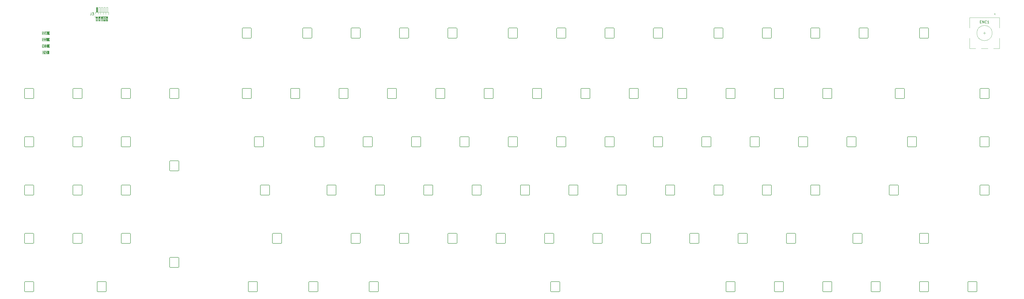
<source format=gbr>
%TF.GenerationSoftware,KiCad,Pcbnew,9.0.5*%
%TF.CreationDate,2026-01-20T20:49:48+07:00*%
%TF.ProjectId,MK98,4d4b3938-2e6b-4696-9361-645f70636258,rev?*%
%TF.SameCoordinates,Original*%
%TF.FileFunction,Legend,Top*%
%TF.FilePolarity,Positive*%
%FSLAX46Y46*%
G04 Gerber Fmt 4.6, Leading zero omitted, Abs format (unit mm)*
G04 Created by KiCad (PCBNEW 9.0.5) date 2026-01-20 20:49:48*
%MOMM*%
%LPD*%
G01*
G04 APERTURE LIST*
%ADD10C,0.150000*%
%ADD11C,0.200000*%
%ADD12C,0.120000*%
%ADD13C,2.000000*%
%ADD14C,3.200000*%
%ADD15R,2.000000X2.000000*%
%ADD16R,0.850000X0.850000*%
%ADD17C,0.850000*%
%ADD18C,3.987800*%
%ADD19C,3.048000*%
%ADD20C,0.800000*%
%ADD21C,6.400000*%
%ADD22O,1.700000X1.700000*%
%ADD23R,1.700000X1.700000*%
%ADD24C,1.600000*%
%ADD25O,1.000000X2.100000*%
%ADD26O,1.000000X1.600000*%
%ADD27C,0.650000*%
G04 APERTURE END LIST*
D10*
X410133436Y-32588484D02*
X410466769Y-32588484D01*
X410609626Y-33112294D02*
X410133436Y-33112294D01*
X410133436Y-33112294D02*
X410133436Y-32112294D01*
X410133436Y-32112294D02*
X410609626Y-32112294D01*
X411038198Y-33112294D02*
X411038198Y-32112294D01*
X411038198Y-32112294D02*
X411609626Y-33112294D01*
X411609626Y-33112294D02*
X411609626Y-32112294D01*
X412657245Y-33017055D02*
X412609626Y-33064675D01*
X412609626Y-33064675D02*
X412466769Y-33112294D01*
X412466769Y-33112294D02*
X412371531Y-33112294D01*
X412371531Y-33112294D02*
X412228674Y-33064675D01*
X412228674Y-33064675D02*
X412133436Y-32969436D01*
X412133436Y-32969436D02*
X412085817Y-32874198D01*
X412085817Y-32874198D02*
X412038198Y-32683722D01*
X412038198Y-32683722D02*
X412038198Y-32540865D01*
X412038198Y-32540865D02*
X412085817Y-32350389D01*
X412085817Y-32350389D02*
X412133436Y-32255151D01*
X412133436Y-32255151D02*
X412228674Y-32159913D01*
X412228674Y-32159913D02*
X412371531Y-32112294D01*
X412371531Y-32112294D02*
X412466769Y-32112294D01*
X412466769Y-32112294D02*
X412609626Y-32159913D01*
X412609626Y-32159913D02*
X412657245Y-32207532D01*
X413609626Y-33112294D02*
X413038198Y-33112294D01*
X413323912Y-33112294D02*
X413323912Y-32112294D01*
X413323912Y-32112294D02*
X413228674Y-32255151D01*
X413228674Y-32255151D02*
X413133436Y-32350389D01*
X413133436Y-32350389D02*
X413038198Y-32398008D01*
X60054911Y-28902790D02*
X60054911Y-29617075D01*
X60054911Y-29617075D02*
X60007292Y-29759932D01*
X60007292Y-29759932D02*
X59912054Y-29855171D01*
X59912054Y-29855171D02*
X59769197Y-29902790D01*
X59769197Y-29902790D02*
X59673959Y-29902790D01*
X60435864Y-28902790D02*
X61054911Y-28902790D01*
X61054911Y-28902790D02*
X60721578Y-29283742D01*
X60721578Y-29283742D02*
X60864435Y-29283742D01*
X60864435Y-29283742D02*
X60959673Y-29331361D01*
X60959673Y-29331361D02*
X61007292Y-29378980D01*
X61007292Y-29378980D02*
X61054911Y-29474218D01*
X61054911Y-29474218D02*
X61054911Y-29712313D01*
X61054911Y-29712313D02*
X61007292Y-29807551D01*
X61007292Y-29807551D02*
X60959673Y-29855171D01*
X60959673Y-29855171D02*
X60864435Y-29902790D01*
X60864435Y-29902790D02*
X60578721Y-29902790D01*
X60578721Y-29902790D02*
X60483483Y-29855171D01*
X60483483Y-29855171D02*
X60435864Y-29807551D01*
G36*
X63679539Y-32301461D02*
G01*
X62887082Y-32301461D01*
X62887082Y-31969493D01*
X62962082Y-31969493D01*
X62962082Y-32169491D01*
X62965739Y-32195958D01*
X62975267Y-32212748D01*
X62990312Y-32222766D01*
X63012897Y-32226461D01*
X63553724Y-32226461D01*
X63576309Y-32222766D01*
X63591354Y-32212748D01*
X63600881Y-32195958D01*
X63604539Y-32169491D01*
X63604539Y-31969493D01*
X63600835Y-31942116D01*
X63591232Y-31924850D01*
X63576180Y-31914626D01*
X63553724Y-31910875D01*
X63388823Y-31910875D01*
X63388823Y-32006386D01*
X63522473Y-32006386D01*
X63522473Y-32130547D01*
X63044148Y-32130547D01*
X63044148Y-32006386D01*
X63173108Y-32006386D01*
X63173108Y-31910875D01*
X63012897Y-31910875D01*
X62990441Y-31914626D01*
X62975388Y-31924850D01*
X62965785Y-31942116D01*
X62962082Y-31969493D01*
X62887082Y-31969493D01*
X62887082Y-31739563D01*
X62962082Y-31739563D01*
X62962082Y-31835477D01*
X63604539Y-31835477D01*
X63604539Y-31583418D01*
X63517783Y-31583418D01*
X63517783Y-31739563D01*
X62962082Y-31739563D01*
X62887082Y-31739563D01*
X62887082Y-31219179D01*
X62962082Y-31219179D01*
X62962082Y-31324106D01*
X63235060Y-31430645D01*
X62962082Y-31430645D01*
X62962082Y-31526559D01*
X63604539Y-31526559D01*
X63604539Y-31430645D01*
X63319067Y-31430645D01*
X63604539Y-31308938D01*
X63604539Y-31203169D01*
X63272759Y-31349495D01*
X62966588Y-31219179D01*
X62962082Y-31219179D01*
X62887082Y-31219179D01*
X62887082Y-30480589D01*
X63313792Y-30480589D01*
X63400547Y-30480589D01*
X63400547Y-30285060D01*
X63313792Y-30285060D01*
X63313792Y-30480589D01*
X62887082Y-30480589D01*
X62887082Y-30210060D01*
X63679539Y-30210060D01*
X63679539Y-32301461D01*
G37*
G36*
X64492305Y-32006971D02*
G01*
X64508486Y-32017412D01*
X64518615Y-32034705D01*
X64522473Y-32061707D01*
X64522473Y-32130547D01*
X64044148Y-32130547D01*
X64044148Y-32059252D01*
X64047902Y-32033518D01*
X64057804Y-32016940D01*
X64073738Y-32006857D01*
X64098040Y-32003089D01*
X64467775Y-32003089D01*
X64492305Y-32006971D01*
G37*
G36*
X64522473Y-31560777D02*
G01*
X64044148Y-31560777D01*
X64044148Y-31429216D01*
X64522473Y-31429216D01*
X64522473Y-31560777D01*
G37*
G36*
X64679539Y-32301461D02*
G01*
X63887082Y-32301461D01*
X63887082Y-32030969D01*
X63962082Y-32030969D01*
X63962082Y-32059252D01*
X63962082Y-32226461D01*
X64604539Y-32226461D01*
X64604539Y-32030969D01*
X64600642Y-31994281D01*
X64589710Y-31964606D01*
X64572115Y-31940404D01*
X64548514Y-31922148D01*
X64519231Y-31910819D01*
X64482612Y-31906772D01*
X64084008Y-31906772D01*
X64047656Y-31910805D01*
X64018430Y-31922122D01*
X63994725Y-31940404D01*
X63977002Y-31964622D01*
X63966001Y-31994298D01*
X63962082Y-32030969D01*
X63887082Y-32030969D01*
X63887082Y-31830934D01*
X63962082Y-31830934D01*
X64604539Y-31830934D01*
X64604539Y-31735020D01*
X63962082Y-31735020D01*
X63962082Y-31830934D01*
X63887082Y-31830934D01*
X63887082Y-31391517D01*
X63962082Y-31391517D01*
X63962082Y-31560777D01*
X63962082Y-31599722D01*
X63965739Y-31626188D01*
X63975267Y-31642978D01*
X63990312Y-31652997D01*
X64012897Y-31656691D01*
X64553724Y-31656691D01*
X64576309Y-31652997D01*
X64591354Y-31642978D01*
X64600881Y-31626188D01*
X64604539Y-31599722D01*
X64604539Y-31391517D01*
X64600846Y-31364363D01*
X64591262Y-31347213D01*
X64576211Y-31337039D01*
X64553724Y-31333302D01*
X64012897Y-31333302D01*
X63990409Y-31337039D01*
X63975359Y-31347213D01*
X63965774Y-31364363D01*
X63962082Y-31391517D01*
X63887082Y-31391517D01*
X63887082Y-30399109D01*
X64313792Y-30399109D01*
X64400547Y-30399109D01*
X64400547Y-30203581D01*
X64313792Y-30203581D01*
X64313792Y-30399109D01*
X63887082Y-30399109D01*
X63887082Y-30128581D01*
X64679539Y-30128581D01*
X64679539Y-32301461D01*
G37*
G36*
X66669539Y-32309668D02*
G01*
X65877082Y-32309668D01*
X65877082Y-32022359D01*
X66151384Y-32022359D01*
X66151384Y-32109664D01*
X66273310Y-32109664D01*
X66273310Y-32234668D01*
X66353031Y-32234668D01*
X66353031Y-32109664D01*
X66474957Y-32109664D01*
X66474957Y-32022359D01*
X66353031Y-32022359D01*
X66353031Y-31897356D01*
X66273310Y-31897356D01*
X66273310Y-32022359D01*
X66151384Y-32022359D01*
X65877082Y-32022359D01*
X65877082Y-31526375D01*
X65952082Y-31526375D01*
X65952082Y-31819027D01*
X66263931Y-31829285D01*
X66263931Y-31616135D01*
X66512473Y-31616135D01*
X66512473Y-31735020D01*
X66385857Y-31735020D01*
X66385857Y-31829285D01*
X66543724Y-31829285D01*
X66566309Y-31825591D01*
X66581354Y-31815572D01*
X66590881Y-31798782D01*
X66594539Y-31772316D01*
X66594539Y-31580084D01*
X66590846Y-31552931D01*
X66581262Y-31535781D01*
X66566211Y-31525606D01*
X66543724Y-31521869D01*
X66232681Y-31521869D01*
X66210193Y-31525606D01*
X66195143Y-31535781D01*
X66185558Y-31552931D01*
X66181866Y-31580084D01*
X66181866Y-31736229D01*
X66036492Y-31730074D01*
X66036492Y-31526375D01*
X65952082Y-31526375D01*
X65877082Y-31526375D01*
X65877082Y-31224052D01*
X65952082Y-31224052D01*
X66391976Y-31296189D01*
X66446930Y-31298643D01*
X66391976Y-31301098D01*
X65952082Y-31372832D01*
X65952082Y-31469149D01*
X66594539Y-31346601D01*
X66594539Y-31251126D01*
X65952082Y-31128138D01*
X65952082Y-31224052D01*
X65877082Y-31224052D01*
X65877082Y-30389730D01*
X66303792Y-30389730D01*
X66390547Y-30389730D01*
X66390547Y-30194202D01*
X66303792Y-30194202D01*
X66303792Y-30389730D01*
X65877082Y-30389730D01*
X65877082Y-30119202D01*
X66669539Y-30119202D01*
X66669539Y-32309668D01*
G37*
G36*
X65679063Y-32309668D02*
G01*
X64886606Y-32309668D01*
X64886606Y-32022359D01*
X65160908Y-32022359D01*
X65160908Y-32109664D01*
X65282834Y-32109664D01*
X65282834Y-32234668D01*
X65362555Y-32234668D01*
X65362555Y-32109664D01*
X65484481Y-32109664D01*
X65484481Y-32022359D01*
X65362555Y-32022359D01*
X65362555Y-31897356D01*
X65282834Y-31897356D01*
X65282834Y-32022359D01*
X65160908Y-32022359D01*
X64886606Y-32022359D01*
X64886606Y-31574736D01*
X64961606Y-31574736D01*
X64961606Y-31770264D01*
X64965297Y-31797398D01*
X64974880Y-31814537D01*
X64989931Y-31824707D01*
X65012421Y-31828443D01*
X65160908Y-31828443D01*
X65160908Y-31734177D01*
X65043672Y-31734177D01*
X65043672Y-31610822D01*
X65179703Y-31610822D01*
X65259680Y-31728462D01*
X65279793Y-31728462D01*
X65360650Y-31610822D01*
X65521997Y-31610822D01*
X65521997Y-31734177D01*
X65397726Y-31734177D01*
X65397726Y-31828443D01*
X65553248Y-31828443D01*
X65575833Y-31824748D01*
X65590878Y-31814730D01*
X65600405Y-31797939D01*
X65604063Y-31771473D01*
X65604063Y-31574736D01*
X65600383Y-31547825D01*
X65590818Y-31530802D01*
X65575770Y-31520682D01*
X65553248Y-31516960D01*
X65367208Y-31516960D01*
X65342763Y-31520569D01*
X65323573Y-31530823D01*
X65308333Y-31548101D01*
X65269938Y-31608368D01*
X65230737Y-31548944D01*
X65214464Y-31531068D01*
X65194816Y-31520593D01*
X65170654Y-31516960D01*
X65012421Y-31516960D01*
X64989899Y-31520682D01*
X64974851Y-31530802D01*
X64965286Y-31547825D01*
X64961606Y-31574736D01*
X64886606Y-31574736D01*
X64886606Y-31218776D01*
X64961606Y-31218776D01*
X65401500Y-31290913D01*
X65456454Y-31293368D01*
X65401500Y-31295822D01*
X64961606Y-31367557D01*
X64961606Y-31463874D01*
X65604063Y-31341325D01*
X65604063Y-31245850D01*
X64961606Y-31122862D01*
X64961606Y-31218776D01*
X64886606Y-31218776D01*
X64886606Y-30815043D01*
X64961606Y-30815043D01*
X64961606Y-31010571D01*
X64965297Y-31037705D01*
X64974880Y-31054844D01*
X64989931Y-31065014D01*
X65012421Y-31068750D01*
X65160908Y-31068750D01*
X65160908Y-30974484D01*
X65043672Y-30974484D01*
X65043672Y-30851130D01*
X65179703Y-30851130D01*
X65259680Y-30968769D01*
X65279793Y-30968769D01*
X65360650Y-30851130D01*
X65521997Y-30851130D01*
X65521997Y-30974484D01*
X65397726Y-30974484D01*
X65397726Y-31068750D01*
X65553248Y-31068750D01*
X65575833Y-31065055D01*
X65590878Y-31055037D01*
X65600405Y-31038246D01*
X65604063Y-31011780D01*
X65604063Y-30815043D01*
X65600383Y-30788132D01*
X65590818Y-30771109D01*
X65575770Y-30760989D01*
X65553248Y-30757267D01*
X65367208Y-30757267D01*
X65342763Y-30760876D01*
X65323573Y-30771131D01*
X65308333Y-30788408D01*
X65269938Y-30848675D01*
X65230737Y-30789251D01*
X65214464Y-30771375D01*
X65194816Y-30760900D01*
X65170654Y-30757267D01*
X65012421Y-30757267D01*
X64989899Y-30760989D01*
X64974851Y-30771109D01*
X64965286Y-30788132D01*
X64961606Y-30815043D01*
X64886606Y-30815043D01*
X64886606Y-30344008D01*
X65313316Y-30344008D01*
X65400071Y-30344008D01*
X65400071Y-30148479D01*
X65313316Y-30148479D01*
X65313316Y-30344008D01*
X64886606Y-30344008D01*
X64886606Y-30073479D01*
X65679063Y-30073479D01*
X65679063Y-32309668D01*
G37*
G36*
X62494629Y-31210935D02*
G01*
X62510810Y-31221376D01*
X62520939Y-31238669D01*
X62524797Y-31265671D01*
X62524797Y-31334511D01*
X62046472Y-31334511D01*
X62046472Y-31263216D01*
X62050226Y-31237482D01*
X62060128Y-31220904D01*
X62076062Y-31210820D01*
X62100364Y-31207052D01*
X62470099Y-31207052D01*
X62494629Y-31210935D01*
G37*
G36*
X62681863Y-32301461D02*
G01*
X61889406Y-32301461D01*
X61889406Y-31967844D01*
X61964406Y-31967844D01*
X61964406Y-32168282D01*
X61968097Y-32195416D01*
X61977680Y-32212555D01*
X61992731Y-32222725D01*
X62015221Y-32226461D01*
X62556048Y-32226461D01*
X62578633Y-32222766D01*
X62593678Y-32212748D01*
X62603205Y-32195958D01*
X62606863Y-32169491D01*
X62606863Y-31967844D01*
X62603159Y-31940468D01*
X62593556Y-31923202D01*
X62578504Y-31912977D01*
X62556048Y-31909226D01*
X62262187Y-31909226D01*
X62262187Y-32076874D01*
X62344253Y-32076874D01*
X62344253Y-32005543D01*
X62524797Y-32005543D01*
X62524797Y-32130547D01*
X62046472Y-32130547D01*
X62046472Y-32005543D01*
X62161364Y-32005543D01*
X62161364Y-31909226D01*
X62015221Y-31909226D01*
X61992765Y-31912977D01*
X61977712Y-31923202D01*
X61968109Y-31940468D01*
X61964406Y-31967844D01*
X61889406Y-31967844D01*
X61889406Y-31600967D01*
X61964406Y-31600967D01*
X62314174Y-31600967D01*
X62332468Y-31599657D01*
X62360556Y-31594849D01*
X61964406Y-31748539D01*
X61964406Y-31832546D01*
X62606863Y-31832546D01*
X62606863Y-31739123D01*
X62248888Y-31739123D01*
X62230594Y-31740433D01*
X62202506Y-31745242D01*
X62606863Y-31591552D01*
X62606863Y-31507544D01*
X61964406Y-31507544D01*
X61964406Y-31600967D01*
X61889406Y-31600967D01*
X61889406Y-31234933D01*
X61964406Y-31234933D01*
X61964406Y-31263216D01*
X61964406Y-31430425D01*
X62606863Y-31430425D01*
X62606863Y-31234933D01*
X62602966Y-31198245D01*
X62592034Y-31168569D01*
X62574439Y-31144367D01*
X62550838Y-31126112D01*
X62521555Y-31114783D01*
X62484936Y-31110735D01*
X62086332Y-31110735D01*
X62049980Y-31114769D01*
X62020754Y-31126086D01*
X61997049Y-31144367D01*
X61979326Y-31168586D01*
X61968325Y-31198261D01*
X61964406Y-31234933D01*
X61889406Y-31234933D01*
X61889406Y-30525139D01*
X62316116Y-30525139D01*
X62402871Y-30525139D01*
X62402871Y-30329610D01*
X62316116Y-30329610D01*
X62316116Y-30525139D01*
X61889406Y-30525139D01*
X61889406Y-30254610D01*
X62681863Y-30254610D01*
X62681863Y-32301461D01*
G37*
D11*
G36*
X42530602Y-44231751D02*
G01*
X42558232Y-44248254D01*
X42575038Y-44274810D01*
X42581318Y-44315314D01*
X42581318Y-44931539D01*
X42574847Y-44972423D01*
X42557445Y-44999391D01*
X42528624Y-45016272D01*
X42483621Y-45022703D01*
X42368887Y-45022703D01*
X42368887Y-44225494D01*
X42487712Y-44225494D01*
X42530602Y-44231751D01*
G37*
G36*
X44443039Y-45270590D02*
G01*
X40771192Y-45270590D01*
X40771192Y-44173409D01*
X40882303Y-44173409D01*
X40882303Y-45074787D01*
X40888461Y-45112430D01*
X40905158Y-45137504D01*
X40933142Y-45153383D01*
X40977253Y-45159479D01*
X41313331Y-45159479D01*
X41538828Y-45159479D01*
X41694533Y-45159479D01*
X41694533Y-44562854D01*
X41692349Y-44532364D01*
X41684336Y-44485551D01*
X41940486Y-45159479D01*
X42080498Y-45159479D01*
X42080498Y-45022703D01*
X42209031Y-45022703D01*
X42209031Y-45159479D01*
X42534850Y-45159479D01*
X42595997Y-45152985D01*
X42645456Y-45134765D01*
X42685793Y-45105440D01*
X42716219Y-45066104D01*
X42735100Y-45017300D01*
X42741846Y-44956268D01*
X42741846Y-44819492D01*
X44006047Y-44819492D01*
X44331928Y-44819492D01*
X44331928Y-44674901D01*
X44006047Y-44674901D01*
X44006047Y-44819492D01*
X42741846Y-44819492D01*
X42741846Y-44291928D01*
X42735124Y-44231341D01*
X42716262Y-44182630D01*
X42685793Y-44143123D01*
X42645428Y-44113584D01*
X42595970Y-44095249D01*
X42534850Y-44088718D01*
X42209031Y-44088718D01*
X42209031Y-45022703D01*
X42080498Y-45022703D01*
X42080498Y-44088718D01*
X41924793Y-44088718D01*
X41924793Y-44671664D01*
X41926977Y-44702155D01*
X41934990Y-44748967D01*
X41678840Y-44088718D01*
X41538828Y-44088718D01*
X41538828Y-45159479D01*
X41313331Y-45159479D01*
X41358959Y-45153306D01*
X41387735Y-45137302D01*
X41404777Y-45112214D01*
X41411028Y-45074787D01*
X41411028Y-44585019D01*
X41131614Y-44585019D01*
X41131614Y-44721795D01*
X41250499Y-44721795D01*
X41250499Y-45022703D01*
X41042160Y-45022703D01*
X41042160Y-44225494D01*
X41250499Y-44225494D01*
X41250499Y-44416980D01*
X41411028Y-44416980D01*
X41411028Y-44173409D01*
X41404777Y-44135982D01*
X41387735Y-44110895D01*
X41358959Y-44094890D01*
X41313331Y-44088718D01*
X40979268Y-44088718D01*
X40934045Y-44094870D01*
X40905480Y-44110841D01*
X40888530Y-44135925D01*
X40882303Y-44173409D01*
X40771192Y-44173409D01*
X40771192Y-43977607D01*
X44443039Y-43977607D01*
X44443039Y-45270590D01*
G37*
G36*
X44385398Y-42755990D02*
G01*
X40734983Y-42755990D01*
X40734983Y-41574118D01*
X40846094Y-41574118D01*
X41050342Y-42644879D01*
X41209467Y-42644879D01*
X41398234Y-41658809D01*
X41504634Y-41658809D01*
X41504634Y-42560187D01*
X41510792Y-42597830D01*
X41527489Y-42622904D01*
X41555473Y-42638783D01*
X41599584Y-42644879D01*
X41932914Y-42644879D01*
X41978542Y-42638706D01*
X42007318Y-42622702D01*
X42024360Y-42597614D01*
X42030611Y-42560187D01*
X42030611Y-42285353D01*
X41871426Y-42285353D01*
X41871426Y-42508103D01*
X41664491Y-42508103D01*
X41664491Y-41710894D01*
X41871426Y-41710894D01*
X41871426Y-41925828D01*
X42030611Y-41925828D01*
X42030611Y-41658809D01*
X42156274Y-41658809D01*
X42156274Y-42560187D01*
X42162432Y-42597830D01*
X42179129Y-42622904D01*
X42207113Y-42638783D01*
X42251223Y-42644879D01*
X42584554Y-42644879D01*
X42630182Y-42638706D01*
X42658958Y-42622702D01*
X42676000Y-42597614D01*
X42682251Y-42560187D01*
X42682251Y-42304892D01*
X43948406Y-42304892D01*
X44274287Y-42304892D01*
X44274287Y-42160301D01*
X43948406Y-42160301D01*
X43948406Y-42304892D01*
X42682251Y-42304892D01*
X42682251Y-42285353D01*
X42523066Y-42285353D01*
X42523066Y-42508103D01*
X42316131Y-42508103D01*
X42316131Y-41710894D01*
X42523066Y-41710894D01*
X42523066Y-41925828D01*
X42682251Y-41925828D01*
X42682251Y-41658809D01*
X42676000Y-41621382D01*
X42658958Y-41596295D01*
X42630182Y-41580290D01*
X42584554Y-41574118D01*
X42251223Y-41574118D01*
X42207113Y-41580213D01*
X42179129Y-41596093D01*
X42162432Y-41621167D01*
X42156274Y-41658809D01*
X42030611Y-41658809D01*
X42024360Y-41621382D01*
X42007318Y-41596295D01*
X41978542Y-41580290D01*
X41932914Y-41574118D01*
X41599584Y-41574118D01*
X41555473Y-41580213D01*
X41527489Y-41596093D01*
X41510792Y-41621167D01*
X41504634Y-41658809D01*
X41398234Y-41658809D01*
X41414447Y-41574118D01*
X41254591Y-41574118D01*
X41134362Y-42307274D01*
X41130271Y-42398865D01*
X41126180Y-42307274D01*
X41006623Y-41574118D01*
X40846094Y-41574118D01*
X40734983Y-41574118D01*
X40734983Y-41463007D01*
X44385398Y-41463007D01*
X44385398Y-42755990D01*
G37*
G36*
X41842814Y-36637151D02*
G01*
X41870444Y-36653654D01*
X41887250Y-36680210D01*
X41893530Y-36720714D01*
X41893530Y-37336939D01*
X41887059Y-37377823D01*
X41869657Y-37404791D01*
X41840836Y-37421672D01*
X41795833Y-37428103D01*
X41681100Y-37428103D01*
X41681100Y-36630894D01*
X41799924Y-36630894D01*
X41842814Y-36637151D01*
G37*
G36*
X42506335Y-37224892D02*
G01*
X42349898Y-37224892D01*
X42428422Y-36742269D01*
X42506335Y-37224892D01*
G37*
G36*
X44386375Y-37675990D02*
G01*
X40768445Y-37675990D01*
X40768445Y-36578809D01*
X40879556Y-36578809D01*
X40879556Y-36831539D01*
X40883575Y-36864735D01*
X40895152Y-36892853D01*
X40914421Y-36917085D01*
X41234746Y-37220985D01*
X41234746Y-37432010D01*
X41039413Y-37432010D01*
X41039413Y-37213169D01*
X40879556Y-37213169D01*
X40879556Y-37480187D01*
X40885759Y-37517724D01*
X40902625Y-37542804D01*
X40930997Y-37558746D01*
X40975848Y-37564879D01*
X41297638Y-37564879D01*
X41342861Y-37558727D01*
X41371426Y-37542755D01*
X41388376Y-37517671D01*
X41394603Y-37480187D01*
X41394603Y-37428103D01*
X41521243Y-37428103D01*
X41521243Y-37564879D01*
X41847063Y-37564879D01*
X41872938Y-37562131D01*
X42138811Y-37562131D01*
X42138811Y-37564879D01*
X42296592Y-37564879D01*
X42328710Y-37361668D01*
X42528867Y-37361668D01*
X42560984Y-37564879D01*
X42719437Y-37564879D01*
X42654158Y-37224892D01*
X43949383Y-37224892D01*
X44275264Y-37224892D01*
X44275264Y-37080301D01*
X43949383Y-37080301D01*
X43949383Y-37224892D01*
X42654158Y-37224892D01*
X42513846Y-36494118D01*
X42345807Y-36494118D01*
X42204173Y-37224892D01*
X42138811Y-37562131D01*
X41872938Y-37562131D01*
X41908209Y-37558385D01*
X41957668Y-37540165D01*
X41998005Y-37510840D01*
X42028431Y-37471504D01*
X42047313Y-37422700D01*
X42054058Y-37361668D01*
X42054058Y-36697328D01*
X42047336Y-36636741D01*
X42028474Y-36588030D01*
X41998005Y-36548523D01*
X41957641Y-36518984D01*
X41908182Y-36500649D01*
X41847063Y-36494118D01*
X41521243Y-36494118D01*
X41521243Y-37428103D01*
X41394603Y-37428103D01*
X41394603Y-37213779D01*
X41390514Y-37179220D01*
X41378877Y-37150697D01*
X41359737Y-37126829D01*
X41039413Y-36824334D01*
X41039413Y-36626986D01*
X41234746Y-36626986D01*
X41234746Y-36830196D01*
X41394603Y-36830196D01*
X41394603Y-36577405D01*
X41388425Y-36540667D01*
X41371556Y-36515991D01*
X41343001Y-36500212D01*
X41297638Y-36494118D01*
X40975848Y-36494118D01*
X40930997Y-36500251D01*
X40902625Y-36516192D01*
X40885759Y-36541273D01*
X40879556Y-36578809D01*
X40768445Y-36578809D01*
X40768445Y-36383007D01*
X44386375Y-36383007D01*
X44386375Y-37675990D01*
G37*
G36*
X44265230Y-40215990D02*
G01*
X40768445Y-40215990D01*
X40768445Y-39118809D01*
X40879556Y-39118809D01*
X40879556Y-39371539D01*
X40883575Y-39404735D01*
X40895152Y-39432853D01*
X40914421Y-39457085D01*
X41234746Y-39760985D01*
X41234746Y-39972010D01*
X41039413Y-39972010D01*
X41039413Y-39753169D01*
X40879556Y-39753169D01*
X40879556Y-40020187D01*
X40885759Y-40057724D01*
X40902625Y-40082804D01*
X40930997Y-40098746D01*
X40975848Y-40104879D01*
X41297638Y-40104879D01*
X41342861Y-40098727D01*
X41371426Y-40082755D01*
X41388376Y-40057671D01*
X41394603Y-40020187D01*
X41394603Y-39753779D01*
X41390514Y-39719220D01*
X41378877Y-39690697D01*
X41359737Y-39666829D01*
X41039413Y-39364334D01*
X41039413Y-39166986D01*
X41234746Y-39166986D01*
X41234746Y-39370196D01*
X41394603Y-39370196D01*
X41394603Y-39118809D01*
X41521243Y-39118809D01*
X41521243Y-40020187D01*
X41527400Y-40057830D01*
X41544098Y-40082904D01*
X41572082Y-40098783D01*
X41616192Y-40104879D01*
X41949522Y-40104879D01*
X42172883Y-40104879D01*
X42592980Y-40104879D01*
X42592980Y-39960287D01*
X42332740Y-39960287D01*
X42332740Y-39764892D01*
X43828238Y-39764892D01*
X44154119Y-39764892D01*
X44154119Y-39620301D01*
X43828238Y-39620301D01*
X43828238Y-39764892D01*
X42332740Y-39764892D01*
X42332740Y-39034118D01*
X42172883Y-39034118D01*
X42172883Y-40104879D01*
X41949522Y-40104879D01*
X41995151Y-40098706D01*
X42023927Y-40082702D01*
X42040968Y-40057614D01*
X42047220Y-40020187D01*
X42047220Y-39745353D01*
X41888034Y-39745353D01*
X41888034Y-39968103D01*
X41681100Y-39968103D01*
X41681100Y-39170894D01*
X41888034Y-39170894D01*
X41888034Y-39385828D01*
X42047220Y-39385828D01*
X42047220Y-39118809D01*
X42040968Y-39081382D01*
X42023927Y-39056295D01*
X41995151Y-39040290D01*
X41949522Y-39034118D01*
X41616192Y-39034118D01*
X41572082Y-39040213D01*
X41544098Y-39056093D01*
X41527400Y-39081167D01*
X41521243Y-39118809D01*
X41394603Y-39118809D01*
X41394603Y-39117405D01*
X41388425Y-39080667D01*
X41371556Y-39055991D01*
X41343001Y-39040212D01*
X41297638Y-39034118D01*
X40975848Y-39034118D01*
X40930997Y-39040251D01*
X40902625Y-39056192D01*
X40885759Y-39081273D01*
X40879556Y-39118809D01*
X40768445Y-39118809D01*
X40768445Y-38923007D01*
X44265230Y-38923007D01*
X44265230Y-40215990D01*
G37*
D12*
%TO.C,ENC1*%
X414847719Y-36987475D02*
G75*
G02*
X408847719Y-36987475I-3000000J0D01*
G01*
X408847719Y-36987475D02*
G75*
G02*
X414847719Y-36987475I3000000J0D01*
G01*
X417747720Y-30887475D02*
X405947720Y-30887475D01*
X417747719Y-43087475D02*
X415347719Y-43087475D01*
X417747719Y-38987474D02*
X417747719Y-43087475D01*
X417747719Y-34987475D02*
X417747720Y-30887475D01*
X415947719Y-29787475D02*
X415647719Y-29487475D01*
X415947719Y-29187475D02*
X415947719Y-29787475D01*
X415647719Y-29487475D02*
X415947719Y-29187475D01*
X413147719Y-43087475D02*
X410547719Y-43087475D01*
X412347719Y-36987474D02*
X411347719Y-36987475D01*
X411847720Y-36487475D02*
X411847719Y-37487475D01*
X408347719Y-43087475D02*
X405947719Y-43087475D01*
X405947719Y-43087475D02*
X405947719Y-38987474D01*
X405947719Y-34987475D02*
X405947720Y-30887475D01*
%TO.C,J3*%
X61553245Y-30882971D02*
X61553246Y-30147971D01*
X61678244Y-29412971D02*
X61678245Y-28787971D01*
X61678245Y-28787971D02*
X66898245Y-28787971D01*
X62288245Y-30882970D02*
X61553245Y-30882971D01*
X62788245Y-29412971D02*
X62788245Y-28787971D01*
X63028245Y-26787971D02*
X63548245Y-26787971D01*
X63028245Y-28787971D02*
X63028245Y-26787971D01*
X63548245Y-26787971D02*
X63548245Y-28787971D01*
X63788245Y-29609246D02*
X63788245Y-28787971D01*
X64028245Y-26787971D02*
X64548245Y-26787971D01*
X64028245Y-28787971D02*
X64028245Y-26787971D01*
X64548245Y-26787971D02*
X64548245Y-28787971D01*
X64788245Y-29609246D02*
X64788245Y-28787971D01*
X65028245Y-26787971D02*
X65548245Y-26787971D01*
X65028245Y-28787971D02*
X65028245Y-26787971D01*
X65548245Y-26787971D02*
X65548245Y-28787971D01*
X65788245Y-29609246D02*
X65788245Y-28787971D01*
X66028245Y-26787971D02*
X66548245Y-26787971D01*
X66028245Y-28787971D02*
X66028245Y-26787971D01*
X66548245Y-26787971D02*
X66548245Y-28787971D01*
X66898245Y-28787971D02*
X66898245Y-29737941D01*
X62548245Y-28787971D02*
X62028245Y-28787971D01*
X62028245Y-26787971D01*
X62548245Y-26787971D01*
X62548245Y-28787971D01*
G36*
X62548245Y-28787971D02*
G01*
X62028245Y-28787971D01*
X62028245Y-26787971D01*
X62548245Y-26787971D01*
X62548245Y-28787971D01*
G37*
D10*
%TO.C,HE39*%
X170760000Y-81650000D02*
G75*
G02*
X170560000Y-81850000I-200001J1D01*
G01*
X170560000Y-77850000D02*
G75*
G02*
X170760000Y-78050000I-1J-200001D01*
G01*
X167360000Y-81850000D02*
G75*
G02*
X167160000Y-81650000I0J200000D01*
G01*
X167160000Y-78050000D02*
G75*
G02*
X167360000Y-77850000I200000J0D01*
G01*
X170760000Y-78050000D02*
X170760000Y-81650000D01*
X170560000Y-81850000D02*
X167360000Y-81850000D01*
X167360000Y-77850000D02*
X170560000Y-77850000D01*
X167160000Y-81650000D02*
X167160000Y-78050000D01*
%TO.C,HE5*%
X204097500Y-38787500D02*
G75*
G02*
X203897500Y-38987500I-200001J1D01*
G01*
X203897500Y-34987500D02*
G75*
G02*
X204097500Y-35187500I-1J-200001D01*
G01*
X200697500Y-38987500D02*
G75*
G02*
X200497500Y-38787500I0J200000D01*
G01*
X200497500Y-35187500D02*
G75*
G02*
X200697500Y-34987500I200000J0D01*
G01*
X204097500Y-35187500D02*
X204097500Y-38787500D01*
X203897500Y-38987500D02*
X200697500Y-38987500D01*
X200697500Y-34987500D02*
X203897500Y-34987500D01*
X200497500Y-38787500D02*
X200497500Y-35187500D01*
%TO.C,HE67*%
X377928750Y-100700000D02*
G75*
G02*
X377728750Y-100900000I-200001J1D01*
G01*
X377728750Y-96900000D02*
G75*
G02*
X377928750Y-97100000I-1J-200001D01*
G01*
X374528750Y-100900000D02*
G75*
G02*
X374328750Y-100700000I0J200000D01*
G01*
X374328750Y-97100000D02*
G75*
G02*
X374528750Y-96900000I200000J0D01*
G01*
X377928750Y-97100000D02*
X377928750Y-100700000D01*
X377728750Y-100900000D02*
X374528750Y-100900000D01*
X374528750Y-96900000D02*
X377728750Y-96900000D01*
X374328750Y-100700000D02*
X374328750Y-97100000D01*
%TO.C,HE49*%
X361260000Y-81650000D02*
G75*
G02*
X361060000Y-81850000I-200001J1D01*
G01*
X361060000Y-77850000D02*
G75*
G02*
X361260000Y-78050000I-1J-200001D01*
G01*
X357860000Y-81850000D02*
G75*
G02*
X357660000Y-81650000I0J200000D01*
G01*
X357660000Y-78050000D02*
G75*
G02*
X357860000Y-77850000I200000J0D01*
G01*
X361260000Y-78050000D02*
X361260000Y-81650000D01*
X361060000Y-81850000D02*
X357860000Y-81850000D01*
X357860000Y-77850000D02*
X361060000Y-77850000D01*
X357660000Y-81650000D02*
X357660000Y-78050000D01*
%TO.C,HE28*%
X294585000Y-62600000D02*
G75*
G02*
X294385000Y-62800000I-200001J1D01*
G01*
X294385000Y-58800000D02*
G75*
G02*
X294585000Y-59000000I-1J-200001D01*
G01*
X291185000Y-62800000D02*
G75*
G02*
X290985000Y-62600000I0J200000D01*
G01*
X290985000Y-59000000D02*
G75*
G02*
X291185000Y-58800000I200000J0D01*
G01*
X294585000Y-59000000D02*
X294585000Y-62600000D01*
X294385000Y-62800000D02*
X291185000Y-62800000D01*
X291185000Y-58800000D02*
X294385000Y-58800000D01*
X290985000Y-62600000D02*
X290985000Y-59000000D01*
%TO.C,HE95*%
X370785000Y-138800000D02*
G75*
G02*
X370585000Y-139000000I-200001J1D01*
G01*
X370585000Y-135000000D02*
G75*
G02*
X370785000Y-135200000I-1J-200001D01*
G01*
X367385000Y-139000000D02*
G75*
G02*
X367185000Y-138800000I0J200000D01*
G01*
X367185000Y-135200000D02*
G75*
G02*
X367385000Y-135000000I200000J0D01*
G01*
X370785000Y-135200000D02*
X370785000Y-138800000D01*
X370585000Y-139000000D02*
X367385000Y-139000000D01*
X367385000Y-135000000D02*
X370585000Y-135000000D01*
X367185000Y-138800000D02*
X367185000Y-135200000D01*
%TO.C,HE9*%
X285060000Y-38787500D02*
G75*
G02*
X284860000Y-38987500I-200001J1D01*
G01*
X284860000Y-34987500D02*
G75*
G02*
X285060000Y-35187500I-1J-200001D01*
G01*
X281660000Y-38987500D02*
G75*
G02*
X281460000Y-38787500I0J200000D01*
G01*
X281460000Y-35187500D02*
G75*
G02*
X281660000Y-34987500I200000J0D01*
G01*
X285060000Y-35187500D02*
X285060000Y-38787500D01*
X284860000Y-38987500D02*
X281660000Y-38987500D01*
X281660000Y-34987500D02*
X284860000Y-34987500D01*
X281460000Y-38787500D02*
X281460000Y-35187500D01*
%TO.C,HE64*%
X308872500Y-100700000D02*
G75*
G02*
X308672500Y-100900000I-200001J1D01*
G01*
X308672500Y-96900000D02*
G75*
G02*
X308872500Y-97100000I-1J-200001D01*
G01*
X305472500Y-100900000D02*
G75*
G02*
X305272500Y-100700000I0J200000D01*
G01*
X305272500Y-97100000D02*
G75*
G02*
X305472500Y-96900000I200000J0D01*
G01*
X308872500Y-97100000D02*
X308872500Y-100700000D01*
X308672500Y-100900000D02*
X305472500Y-100900000D01*
X305472500Y-96900000D02*
X308672500Y-96900000D01*
X305272500Y-100700000D02*
X305272500Y-97100000D01*
%TO.C,HE59*%
X213622500Y-100700000D02*
G75*
G02*
X213422500Y-100900000I-200001J1D01*
G01*
X213422500Y-96900000D02*
G75*
G02*
X213622500Y-97100000I-1J-200001D01*
G01*
X210222500Y-100900000D02*
G75*
G02*
X210022500Y-100700000I0J200000D01*
G01*
X210022500Y-97100000D02*
G75*
G02*
X210222500Y-96900000I200000J0D01*
G01*
X213622500Y-97100000D02*
X213622500Y-100700000D01*
X213422500Y-100900000D02*
X210222500Y-100900000D01*
X210222500Y-96900000D02*
X213422500Y-96900000D01*
X210022500Y-100700000D02*
X210022500Y-97100000D01*
%TO.C,HE31*%
X351735000Y-62600000D02*
G75*
G02*
X351535000Y-62800000I-200001J1D01*
G01*
X351535000Y-58800000D02*
G75*
G02*
X351735000Y-59000000I-1J-200001D01*
G01*
X348335000Y-62800000D02*
G75*
G02*
X348135000Y-62600000I0J200000D01*
G01*
X348135000Y-59000000D02*
G75*
G02*
X348335000Y-58800000I200000J0D01*
G01*
X351735000Y-59000000D02*
X351735000Y-62600000D01*
X351535000Y-62800000D02*
X348335000Y-62800000D01*
X348335000Y-58800000D02*
X351535000Y-58800000D01*
X348135000Y-62600000D02*
X348135000Y-59000000D01*
%TO.C,HE23*%
X199335000Y-62600000D02*
G75*
G02*
X199135000Y-62800000I-200001J1D01*
G01*
X199135000Y-58800000D02*
G75*
G02*
X199335000Y-59000000I-1J-200001D01*
G01*
X195935000Y-62800000D02*
G75*
G02*
X195735000Y-62600000I0J200000D01*
G01*
X195735000Y-59000000D02*
G75*
G02*
X195935000Y-58800000I200000J0D01*
G01*
X199335000Y-59000000D02*
X199335000Y-62600000D01*
X199135000Y-62800000D02*
X195935000Y-62800000D01*
X195935000Y-58800000D02*
X199135000Y-58800000D01*
X195735000Y-62600000D02*
X195735000Y-59000000D01*
%TO.C,HE78*%
X242197500Y-119750000D02*
G75*
G02*
X241997500Y-119950000I-200001J1D01*
G01*
X241997500Y-115950000D02*
G75*
G02*
X242197500Y-116150000I-1J-200001D01*
G01*
X238797500Y-119950000D02*
G75*
G02*
X238597500Y-119750000I0J200000D01*
G01*
X238597500Y-116150000D02*
G75*
G02*
X238797500Y-115950000I200000J0D01*
G01*
X242197500Y-116150000D02*
X242197500Y-119750000D01*
X241997500Y-119950000D02*
X238797500Y-119950000D01*
X238797500Y-115950000D02*
X241997500Y-115950000D01*
X238597500Y-119750000D02*
X238597500Y-116150000D01*
%TO.C,HE35*%
X75510000Y-81650000D02*
G75*
G02*
X75310000Y-81850000I-200001J1D01*
G01*
X75310000Y-77850000D02*
G75*
G02*
X75510000Y-78050000I-1J-200001D01*
G01*
X72110000Y-81850000D02*
G75*
G02*
X71910000Y-81650000I0J200000D01*
G01*
X71910000Y-78050000D02*
G75*
G02*
X72110000Y-77850000I200000J0D01*
G01*
X75510000Y-78050000D02*
X75510000Y-81650000D01*
X75310000Y-81850000D02*
X72110000Y-81850000D01*
X72110000Y-77850000D02*
X75310000Y-77850000D01*
X71910000Y-81650000D02*
X71910000Y-78050000D01*
%TO.C,HE7*%
X246960000Y-38787500D02*
G75*
G02*
X246760000Y-38987500I-200001J1D01*
G01*
X246760000Y-34987500D02*
G75*
G02*
X246960000Y-35187500I-1J-200001D01*
G01*
X243560000Y-38987500D02*
G75*
G02*
X243360000Y-38787500I0J200000D01*
G01*
X243360000Y-35187500D02*
G75*
G02*
X243560000Y-34987500I200000J0D01*
G01*
X246960000Y-35187500D02*
X246960000Y-38787500D01*
X246760000Y-38987500D02*
X243560000Y-38987500D01*
X243560000Y-34987500D02*
X246760000Y-34987500D01*
X243360000Y-38787500D02*
X243360000Y-35187500D01*
%TO.C,HE80*%
X280297500Y-119750000D02*
G75*
G02*
X280097500Y-119950000I-200001J1D01*
G01*
X280097500Y-115950000D02*
G75*
G02*
X280297500Y-116150000I-1J-200001D01*
G01*
X276897500Y-119950000D02*
G75*
G02*
X276697500Y-119750000I0J200000D01*
G01*
X276697500Y-116150000D02*
G75*
G02*
X276897500Y-115950000I200000J0D01*
G01*
X280297500Y-116150000D02*
X280297500Y-119750000D01*
X280097500Y-119950000D02*
X276897500Y-119950000D01*
X276897500Y-115950000D02*
X280097500Y-115950000D01*
X276697500Y-119750000D02*
X276697500Y-116150000D01*
%TO.C,HE63*%
X289822500Y-100700000D02*
G75*
G02*
X289622500Y-100900000I-200001J1D01*
G01*
X289622500Y-96900000D02*
G75*
G02*
X289822500Y-97100000I-1J-200001D01*
G01*
X286422500Y-100900000D02*
G75*
G02*
X286222500Y-100700000I0J200000D01*
G01*
X286222500Y-97100000D02*
G75*
G02*
X286422500Y-96900000I200000J0D01*
G01*
X289822500Y-97100000D02*
X289822500Y-100700000D01*
X289622500Y-100900000D02*
X286422500Y-100900000D01*
X286422500Y-96900000D02*
X289622500Y-96900000D01*
X286222500Y-100700000D02*
X286222500Y-97100000D01*
%TO.C,HE17*%
X75510000Y-62600000D02*
G75*
G02*
X75310000Y-62800000I-200001J1D01*
G01*
X75310000Y-58800000D02*
G75*
G02*
X75510000Y-59000000I-1J-200001D01*
G01*
X72110000Y-62800000D02*
G75*
G02*
X71910000Y-62600000I0J200000D01*
G01*
X71910000Y-59000000D02*
G75*
G02*
X72110000Y-58800000I200000J0D01*
G01*
X75510000Y-59000000D02*
X75510000Y-62600000D01*
X75310000Y-62800000D02*
X72110000Y-62800000D01*
X72110000Y-58800000D02*
X75310000Y-58800000D01*
X71910000Y-62600000D02*
X71910000Y-59000000D01*
%TO.C,HE10*%
X308872500Y-38787500D02*
G75*
G02*
X308672500Y-38987500I-200001J1D01*
G01*
X308672500Y-34987500D02*
G75*
G02*
X308872500Y-35187500I-1J-200001D01*
G01*
X305472500Y-38987500D02*
G75*
G02*
X305272500Y-38787500I0J200000D01*
G01*
X305272500Y-35187500D02*
G75*
G02*
X305472500Y-34987500I200000J0D01*
G01*
X308872500Y-35187500D02*
X308872500Y-38787500D01*
X308672500Y-38987500D02*
X305472500Y-38987500D01*
X305472500Y-34987500D02*
X308672500Y-34987500D01*
X305272500Y-38787500D02*
X305272500Y-35187500D01*
%TO.C,HE25*%
X237435000Y-62600000D02*
G75*
G02*
X237235000Y-62800000I-200001J1D01*
G01*
X237235000Y-58800000D02*
G75*
G02*
X237435000Y-59000000I-1J-200001D01*
G01*
X234035000Y-62800000D02*
G75*
G02*
X233835000Y-62600000I0J200000D01*
G01*
X233835000Y-59000000D02*
G75*
G02*
X234035000Y-58800000I200000J0D01*
G01*
X237435000Y-59000000D02*
X237435000Y-62600000D01*
X237235000Y-62800000D02*
X234035000Y-62800000D01*
X234035000Y-58800000D02*
X237235000Y-58800000D01*
X233835000Y-62600000D02*
X233835000Y-59000000D01*
%TO.C,HE92*%
X313635000Y-138800000D02*
G75*
G02*
X313435000Y-139000000I-200001J1D01*
G01*
X313435000Y-135000000D02*
G75*
G02*
X313635000Y-135200000I-1J-200001D01*
G01*
X310235000Y-139000000D02*
G75*
G02*
X310035000Y-138800000I0J200000D01*
G01*
X310035000Y-135200000D02*
G75*
G02*
X310235000Y-135000000I200000J0D01*
G01*
X313635000Y-135200000D02*
X313635000Y-138800000D01*
X313435000Y-139000000D02*
X310235000Y-139000000D01*
X310235000Y-135000000D02*
X313435000Y-135000000D01*
X310035000Y-138800000D02*
X310035000Y-135200000D01*
%TO.C,HE14*%
X389835000Y-38787500D02*
G75*
G02*
X389635000Y-38987500I-200001J1D01*
G01*
X389635000Y-34987500D02*
G75*
G02*
X389835000Y-35187500I-1J-200001D01*
G01*
X386435000Y-38987500D02*
G75*
G02*
X386235000Y-38787500I0J200000D01*
G01*
X386235000Y-35187500D02*
G75*
G02*
X386435000Y-34987500I200000J0D01*
G01*
X389835000Y-35187500D02*
X389835000Y-38787500D01*
X389635000Y-38987500D02*
X386435000Y-38987500D01*
X386435000Y-34987500D02*
X389635000Y-34987500D01*
X386235000Y-38787500D02*
X386235000Y-35187500D01*
%TO.C,HE79*%
X261247500Y-119750000D02*
G75*
G02*
X261047500Y-119950000I-200001J1D01*
G01*
X261047500Y-115950000D02*
G75*
G02*
X261247500Y-116150000I-1J-200001D01*
G01*
X257847500Y-119950000D02*
G75*
G02*
X257647500Y-119750000I0J200000D01*
G01*
X257647500Y-116150000D02*
G75*
G02*
X257847500Y-115950000I200000J0D01*
G01*
X261247500Y-116150000D02*
X261247500Y-119750000D01*
X261047500Y-119950000D02*
X257847500Y-119950000D01*
X257847500Y-115950000D02*
X261047500Y-115950000D01*
X257647500Y-119750000D02*
X257647500Y-116150000D01*
%TO.C,HE36*%
X94560000Y-91175000D02*
G75*
G02*
X94360000Y-91375000I-200001J1D01*
G01*
X94360000Y-87375000D02*
G75*
G02*
X94560000Y-87575000I-1J-200001D01*
G01*
X91160000Y-91375000D02*
G75*
G02*
X90960000Y-91175000I0J200000D01*
G01*
X90960000Y-87575000D02*
G75*
G02*
X91160000Y-87375000I200000J0D01*
G01*
X94560000Y-87575000D02*
X94560000Y-91175000D01*
X94360000Y-91375000D02*
X91160000Y-91375000D01*
X91160000Y-87375000D02*
X94360000Y-87375000D01*
X90960000Y-91175000D02*
X90960000Y-87575000D01*
%TO.C,HE40*%
X189810000Y-81650000D02*
G75*
G02*
X189610000Y-81850000I-200001J1D01*
G01*
X189610000Y-77850000D02*
G75*
G02*
X189810000Y-78050000I-1J-200001D01*
G01*
X186410000Y-81850000D02*
G75*
G02*
X186210000Y-81650000I0J200000D01*
G01*
X186210000Y-78050000D02*
G75*
G02*
X186410000Y-77850000I200000J0D01*
G01*
X189810000Y-78050000D02*
X189810000Y-81650000D01*
X189610000Y-81850000D02*
X186410000Y-81850000D01*
X186410000Y-77850000D02*
X189610000Y-77850000D01*
X186210000Y-81650000D02*
X186210000Y-78050000D01*
%TO.C,HE12*%
X346972500Y-38787500D02*
G75*
G02*
X346772500Y-38987500I-200001J1D01*
G01*
X346772500Y-34987500D02*
G75*
G02*
X346972500Y-35187500I-1J-200001D01*
G01*
X343572500Y-38987500D02*
G75*
G02*
X343372500Y-38787500I0J200000D01*
G01*
X343372500Y-35187500D02*
G75*
G02*
X343572500Y-34987500I200000J0D01*
G01*
X346972500Y-35187500D02*
X346972500Y-38787500D01*
X346772500Y-38987500D02*
X343572500Y-38987500D01*
X343572500Y-34987500D02*
X346772500Y-34987500D01*
X343372500Y-38787500D02*
X343372500Y-35187500D01*
%TO.C,HE82*%
X318397500Y-119750000D02*
G75*
G02*
X318197500Y-119950000I-200001J1D01*
G01*
X318197500Y-115950000D02*
G75*
G02*
X318397500Y-116150000I-1J-200001D01*
G01*
X314997500Y-119950000D02*
G75*
G02*
X314797500Y-119750000I0J200000D01*
G01*
X314797500Y-116150000D02*
G75*
G02*
X314997500Y-115950000I200000J0D01*
G01*
X318397500Y-116150000D02*
X318397500Y-119750000D01*
X318197500Y-119950000D02*
X314997500Y-119950000D01*
X314997500Y-115950000D02*
X318197500Y-115950000D01*
X314797500Y-119750000D02*
X314797500Y-116150000D01*
%TO.C,HE88*%
X125516250Y-138800000D02*
G75*
G02*
X125316250Y-139000000I-200001J1D01*
G01*
X125316250Y-135000000D02*
G75*
G02*
X125516250Y-135200000I-1J-200001D01*
G01*
X122116250Y-139000000D02*
G75*
G02*
X121916250Y-138800000I0J200000D01*
G01*
X121916250Y-135200000D02*
G75*
G02*
X122116250Y-135000000I200000J0D01*
G01*
X125516250Y-135200000D02*
X125516250Y-138800000D01*
X125316250Y-139000000D02*
X122116250Y-139000000D01*
X122116250Y-135000000D02*
X125316250Y-135000000D01*
X121916250Y-138800000D02*
X121916250Y-135200000D01*
%TO.C,HE29*%
X313635000Y-62600000D02*
G75*
G02*
X313435000Y-62800000I-200001J1D01*
G01*
X313435000Y-58800000D02*
G75*
G02*
X313635000Y-59000000I-1J-200001D01*
G01*
X310235000Y-62800000D02*
G75*
G02*
X310035000Y-62600000I0J200000D01*
G01*
X310035000Y-59000000D02*
G75*
G02*
X310235000Y-58800000I200000J0D01*
G01*
X313635000Y-59000000D02*
X313635000Y-62600000D01*
X313435000Y-62800000D02*
X310235000Y-62800000D01*
X310235000Y-58800000D02*
X313435000Y-58800000D01*
X310035000Y-62600000D02*
X310035000Y-59000000D01*
%TO.C,HE42*%
X227910000Y-81650000D02*
G75*
G02*
X227710000Y-81850000I-200001J1D01*
G01*
X227710000Y-77850000D02*
G75*
G02*
X227910000Y-78050000I-1J-200001D01*
G01*
X224510000Y-81850000D02*
G75*
G02*
X224310000Y-81650000I0J200000D01*
G01*
X224310000Y-78050000D02*
G75*
G02*
X224510000Y-77850000I200000J0D01*
G01*
X227910000Y-78050000D02*
X227910000Y-81650000D01*
X227710000Y-81850000D02*
X224510000Y-81850000D01*
X224510000Y-77850000D02*
X227710000Y-77850000D01*
X224310000Y-81650000D02*
X224310000Y-78050000D01*
%TO.C,HE68*%
X413647500Y-100700000D02*
G75*
G02*
X413447500Y-100900000I-200001J1D01*
G01*
X413447500Y-96900000D02*
G75*
G02*
X413647500Y-97100000I-1J-200001D01*
G01*
X410247500Y-100900000D02*
G75*
G02*
X410047500Y-100700000I0J200000D01*
G01*
X410047500Y-97100000D02*
G75*
G02*
X410247500Y-96900000I200000J0D01*
G01*
X413647500Y-97100000D02*
X413647500Y-100700000D01*
X413447500Y-100900000D02*
X410247500Y-100900000D01*
X410247500Y-96900000D02*
X413447500Y-96900000D01*
X410047500Y-100700000D02*
X410047500Y-97100000D01*
%TO.C,HE61*%
X251722500Y-100700000D02*
G75*
G02*
X251522500Y-100900000I-200001J1D01*
G01*
X251522500Y-96900000D02*
G75*
G02*
X251722500Y-97100000I-1J-200001D01*
G01*
X248322500Y-100900000D02*
G75*
G02*
X248122500Y-100700000I0J200000D01*
G01*
X248122500Y-97100000D02*
G75*
G02*
X248322500Y-96900000I200000J0D01*
G01*
X251722500Y-97100000D02*
X251722500Y-100700000D01*
X251522500Y-100900000D02*
X248322500Y-100900000D01*
X248322500Y-96900000D02*
X251522500Y-96900000D01*
X248122500Y-100700000D02*
X248122500Y-97100000D01*
%TO.C,HE75*%
X185047500Y-119750000D02*
G75*
G02*
X184847500Y-119950000I-200001J1D01*
G01*
X184847500Y-115950000D02*
G75*
G02*
X185047500Y-116150000I-1J-200001D01*
G01*
X181647500Y-119950000D02*
G75*
G02*
X181447500Y-119750000I0J200000D01*
G01*
X181447500Y-116150000D02*
G75*
G02*
X181647500Y-115950000I200000J0D01*
G01*
X185047500Y-116150000D02*
X185047500Y-119750000D01*
X184847500Y-119950000D02*
X181647500Y-119950000D01*
X181647500Y-115950000D02*
X184847500Y-115950000D01*
X181447500Y-119750000D02*
X181447500Y-116150000D01*
%TO.C,HE43*%
X246960000Y-81650000D02*
G75*
G02*
X246760000Y-81850000I-200001J1D01*
G01*
X246760000Y-77850000D02*
G75*
G02*
X246960000Y-78050000I-1J-200001D01*
G01*
X243560000Y-81850000D02*
G75*
G02*
X243360000Y-81650000I0J200000D01*
G01*
X243360000Y-78050000D02*
G75*
G02*
X243560000Y-77850000I200000J0D01*
G01*
X246960000Y-78050000D02*
X246960000Y-81650000D01*
X246760000Y-81850000D02*
X243560000Y-81850000D01*
X243560000Y-77850000D02*
X246760000Y-77850000D01*
X243360000Y-81650000D02*
X243360000Y-78050000D01*
%TO.C,HE74*%
X165997500Y-119750000D02*
G75*
G02*
X165797500Y-119950000I-200001J1D01*
G01*
X165797500Y-115950000D02*
G75*
G02*
X165997500Y-116150000I-1J-200001D01*
G01*
X162597500Y-119950000D02*
G75*
G02*
X162397500Y-119750000I0J200000D01*
G01*
X162397500Y-116150000D02*
G75*
G02*
X162597500Y-115950000I200000J0D01*
G01*
X165997500Y-116150000D02*
X165997500Y-119750000D01*
X165797500Y-119950000D02*
X162597500Y-119950000D01*
X162597500Y-115950000D02*
X165797500Y-115950000D01*
X162397500Y-119750000D02*
X162397500Y-116150000D01*
%TO.C,HE4*%
X185047500Y-38787500D02*
G75*
G02*
X184847500Y-38987500I-200001J1D01*
G01*
X184847500Y-34987500D02*
G75*
G02*
X185047500Y-35187500I-1J-200001D01*
G01*
X181647500Y-38987500D02*
G75*
G02*
X181447500Y-38787500I0J200000D01*
G01*
X181447500Y-35187500D02*
G75*
G02*
X181647500Y-34987500I200000J0D01*
G01*
X185047500Y-35187500D02*
X185047500Y-38787500D01*
X184847500Y-38987500D02*
X181647500Y-38987500D01*
X181647500Y-34987500D02*
X184847500Y-34987500D01*
X181447500Y-38787500D02*
X181447500Y-35187500D01*
%TO.C,HE69*%
X37410000Y-119750000D02*
G75*
G02*
X37210000Y-119950000I-200001J1D01*
G01*
X37210000Y-115950000D02*
G75*
G02*
X37410000Y-116150000I-1J-200001D01*
G01*
X34010000Y-119950000D02*
G75*
G02*
X33810000Y-119750000I0J200000D01*
G01*
X33810000Y-116150000D02*
G75*
G02*
X34010000Y-115950000I200000J0D01*
G01*
X37410000Y-116150000D02*
X37410000Y-119750000D01*
X37210000Y-119950000D02*
X34010000Y-119950000D01*
X34010000Y-115950000D02*
X37210000Y-115950000D01*
X33810000Y-119750000D02*
X33810000Y-116150000D01*
%TO.C,HE41*%
X208860000Y-81650000D02*
G75*
G02*
X208660000Y-81850000I-200001J1D01*
G01*
X208660000Y-77850000D02*
G75*
G02*
X208860000Y-78050000I-1J-200001D01*
G01*
X205460000Y-81850000D02*
G75*
G02*
X205260000Y-81650000I0J200000D01*
G01*
X205260000Y-78050000D02*
G75*
G02*
X205460000Y-77850000I200000J0D01*
G01*
X208860000Y-78050000D02*
X208860000Y-81650000D01*
X208660000Y-81850000D02*
X205460000Y-81850000D01*
X205460000Y-77850000D02*
X208660000Y-77850000D01*
X205260000Y-81650000D02*
X205260000Y-78050000D01*
%TO.C,HE48*%
X342210000Y-81650000D02*
G75*
G02*
X342010000Y-81850000I-200001J1D01*
G01*
X342010000Y-77850000D02*
G75*
G02*
X342210000Y-78050000I-1J-200001D01*
G01*
X338810000Y-81850000D02*
G75*
G02*
X338610000Y-81650000I0J200000D01*
G01*
X338610000Y-78050000D02*
G75*
G02*
X338810000Y-77850000I200000J0D01*
G01*
X342210000Y-78050000D02*
X342210000Y-81650000D01*
X342010000Y-81850000D02*
X338810000Y-81850000D01*
X338810000Y-77850000D02*
X342010000Y-77850000D01*
X338610000Y-81650000D02*
X338610000Y-78050000D01*
%TO.C,HE24*%
X218385000Y-62600000D02*
G75*
G02*
X218185000Y-62800000I-200001J1D01*
G01*
X218185000Y-58800000D02*
G75*
G02*
X218385000Y-59000000I-1J-200001D01*
G01*
X214985000Y-62800000D02*
G75*
G02*
X214785000Y-62600000I0J200000D01*
G01*
X214785000Y-59000000D02*
G75*
G02*
X214985000Y-58800000I200000J0D01*
G01*
X218385000Y-59000000D02*
X218385000Y-62600000D01*
X218185000Y-62800000D02*
X214985000Y-62800000D01*
X214985000Y-58800000D02*
X218185000Y-58800000D01*
X214785000Y-62600000D02*
X214785000Y-59000000D01*
%TO.C,HE46*%
X304110000Y-81650000D02*
G75*
G02*
X303910000Y-81850000I-200001J1D01*
G01*
X303910000Y-77850000D02*
G75*
G02*
X304110000Y-78050000I-1J-200001D01*
G01*
X300710000Y-81850000D02*
G75*
G02*
X300510000Y-81650000I0J200000D01*
G01*
X300510000Y-78050000D02*
G75*
G02*
X300710000Y-77850000I200000J0D01*
G01*
X304110000Y-78050000D02*
X304110000Y-81650000D01*
X303910000Y-81850000D02*
X300710000Y-81850000D01*
X300710000Y-77850000D02*
X303910000Y-77850000D01*
X300510000Y-81650000D02*
X300510000Y-78050000D01*
%TO.C,HE58*%
X194572500Y-100700000D02*
G75*
G02*
X194372500Y-100900000I-200001J1D01*
G01*
X194372500Y-96900000D02*
G75*
G02*
X194572500Y-97100000I-1J-200001D01*
G01*
X191172500Y-100900000D02*
G75*
G02*
X190972500Y-100700000I0J200000D01*
G01*
X190972500Y-97100000D02*
G75*
G02*
X191172500Y-96900000I200000J0D01*
G01*
X194572500Y-97100000D02*
X194572500Y-100700000D01*
X194372500Y-100900000D02*
X191172500Y-100900000D01*
X191172500Y-96900000D02*
X194372500Y-96900000D01*
X190972500Y-100700000D02*
X190972500Y-97100000D01*
%TO.C,HE6*%
X227910000Y-38787500D02*
G75*
G02*
X227710000Y-38987500I-200001J1D01*
G01*
X227710000Y-34987500D02*
G75*
G02*
X227910000Y-35187500I-1J-200001D01*
G01*
X224510000Y-38987500D02*
G75*
G02*
X224310000Y-38787500I0J200000D01*
G01*
X224310000Y-35187500D02*
G75*
G02*
X224510000Y-34987500I200000J0D01*
G01*
X227910000Y-35187500D02*
X227910000Y-38787500D01*
X227710000Y-38987500D02*
X224510000Y-38987500D01*
X224510000Y-34987500D02*
X227710000Y-34987500D01*
X224310000Y-38787500D02*
X224310000Y-35187500D01*
%TO.C,HE93*%
X332685000Y-138800000D02*
G75*
G02*
X332485000Y-139000000I-200001J1D01*
G01*
X332485000Y-135000000D02*
G75*
G02*
X332685000Y-135200000I-1J-200001D01*
G01*
X329285000Y-139000000D02*
G75*
G02*
X329085000Y-138800000I0J200000D01*
G01*
X329085000Y-135200000D02*
G75*
G02*
X329285000Y-135000000I200000J0D01*
G01*
X332685000Y-135200000D02*
X332685000Y-138800000D01*
X332485000Y-139000000D02*
X329285000Y-139000000D01*
X329285000Y-135000000D02*
X332485000Y-135000000D01*
X329085000Y-138800000D02*
X329085000Y-135200000D01*
%TO.C,HE98*%
X413647500Y-62600000D02*
G75*
G02*
X413447500Y-62800000I-200001J1D01*
G01*
X413447500Y-58800000D02*
G75*
G02*
X413647500Y-59000000I-1J-200001D01*
G01*
X410247500Y-62800000D02*
G75*
G02*
X410047500Y-62600000I0J200000D01*
G01*
X410047500Y-59000000D02*
G75*
G02*
X410247500Y-58800000I200000J0D01*
G01*
X413647500Y-59000000D02*
X413647500Y-62600000D01*
X413447500Y-62800000D02*
X410247500Y-62800000D01*
X410247500Y-58800000D02*
X413447500Y-58800000D01*
X410047500Y-62600000D02*
X410047500Y-59000000D01*
%TO.C,HE66*%
X346972500Y-100700000D02*
G75*
G02*
X346772500Y-100900000I-200001J1D01*
G01*
X346772500Y-96900000D02*
G75*
G02*
X346972500Y-97100000I-1J-200001D01*
G01*
X343572500Y-100900000D02*
G75*
G02*
X343372500Y-100700000I0J200000D01*
G01*
X343372500Y-97100000D02*
G75*
G02*
X343572500Y-96900000I200000J0D01*
G01*
X346972500Y-97100000D02*
X346972500Y-100700000D01*
X346772500Y-100900000D02*
X343572500Y-100900000D01*
X343572500Y-96900000D02*
X346772500Y-96900000D01*
X343372500Y-100700000D02*
X343372500Y-97100000D01*
%TO.C,HE2*%
X146947500Y-38787500D02*
G75*
G02*
X146747500Y-38987500I-200001J1D01*
G01*
X146747500Y-34987500D02*
G75*
G02*
X146947500Y-35187500I-1J-200001D01*
G01*
X143547500Y-38987500D02*
G75*
G02*
X143347500Y-38787500I0J200000D01*
G01*
X143347500Y-35187500D02*
G75*
G02*
X143547500Y-34987500I200000J0D01*
G01*
X146947500Y-35187500D02*
X146947500Y-38787500D01*
X146747500Y-38987500D02*
X143547500Y-38987500D01*
X143547500Y-34987500D02*
X146747500Y-34987500D01*
X143347500Y-38787500D02*
X143347500Y-35187500D01*
%TO.C,HE54*%
X75510000Y-100700000D02*
G75*
G02*
X75310000Y-100900000I-200001J1D01*
G01*
X75310000Y-96900000D02*
G75*
G02*
X75510000Y-97100000I-1J-200001D01*
G01*
X72110000Y-100900000D02*
G75*
G02*
X71910000Y-100700000I0J200000D01*
G01*
X71910000Y-97100000D02*
G75*
G02*
X72110000Y-96900000I200000J0D01*
G01*
X75510000Y-97100000D02*
X75510000Y-100700000D01*
X75310000Y-100900000D02*
X72110000Y-100900000D01*
X72110000Y-96900000D02*
X75310000Y-96900000D01*
X71910000Y-100700000D02*
X71910000Y-97100000D01*
%TO.C,HE60*%
X232672500Y-100700000D02*
G75*
G02*
X232472500Y-100900000I-200001J1D01*
G01*
X232472500Y-96900000D02*
G75*
G02*
X232672500Y-97100000I-1J-200001D01*
G01*
X229272500Y-100900000D02*
G75*
G02*
X229072500Y-100700000I0J200000D01*
G01*
X229072500Y-97100000D02*
G75*
G02*
X229272500Y-96900000I200000J0D01*
G01*
X232672500Y-97100000D02*
X232672500Y-100700000D01*
X232472500Y-100900000D02*
X229272500Y-100900000D01*
X229272500Y-96900000D02*
X232472500Y-96900000D01*
X229072500Y-100700000D02*
X229072500Y-97100000D01*
%TO.C,HE19*%
X123135000Y-62600000D02*
G75*
G02*
X122935000Y-62800000I-200001J1D01*
G01*
X122935000Y-58800000D02*
G75*
G02*
X123135000Y-59000000I-1J-200001D01*
G01*
X119735000Y-62800000D02*
G75*
G02*
X119535000Y-62600000I0J200000D01*
G01*
X119535000Y-59000000D02*
G75*
G02*
X119735000Y-58800000I200000J0D01*
G01*
X123135000Y-59000000D02*
X123135000Y-62600000D01*
X122935000Y-62800000D02*
X119735000Y-62800000D01*
X119735000Y-58800000D02*
X122935000Y-58800000D01*
X119535000Y-62600000D02*
X119535000Y-59000000D01*
%TO.C,HE96*%
X389835000Y-138800000D02*
G75*
G02*
X389635000Y-139000000I-200001J1D01*
G01*
X389635000Y-135000000D02*
G75*
G02*
X389835000Y-135200000I-1J-200001D01*
G01*
X386435000Y-139000000D02*
G75*
G02*
X386235000Y-138800000I0J200000D01*
G01*
X386235000Y-135200000D02*
G75*
G02*
X386435000Y-135000000I200000J0D01*
G01*
X389835000Y-135200000D02*
X389835000Y-138800000D01*
X389635000Y-139000000D02*
X386435000Y-139000000D01*
X386435000Y-135000000D02*
X389635000Y-135000000D01*
X386235000Y-138800000D02*
X386235000Y-135200000D01*
%TO.C,HE21*%
X161235000Y-62600000D02*
G75*
G02*
X161035000Y-62800000I-200001J1D01*
G01*
X161035000Y-58800000D02*
G75*
G02*
X161235000Y-59000000I-1J-200001D01*
G01*
X157835000Y-62800000D02*
G75*
G02*
X157635000Y-62600000I0J200000D01*
G01*
X157635000Y-59000000D02*
G75*
G02*
X157835000Y-58800000I200000J0D01*
G01*
X161235000Y-59000000D02*
X161235000Y-62600000D01*
X161035000Y-62800000D02*
X157835000Y-62800000D01*
X157835000Y-58800000D02*
X161035000Y-58800000D01*
X157635000Y-62600000D02*
X157635000Y-59000000D01*
%TO.C,HE26*%
X256480000Y-62600000D02*
G75*
G02*
X256280000Y-62800000I-200001J1D01*
G01*
X256280000Y-58800000D02*
G75*
G02*
X256480000Y-59000000I-1J-200001D01*
G01*
X253080000Y-62800000D02*
G75*
G02*
X252880000Y-62600000I0J200000D01*
G01*
X252880000Y-59000000D02*
G75*
G02*
X253080000Y-58800000I200000J0D01*
G01*
X256480000Y-59000000D02*
X256480000Y-62600000D01*
X256280000Y-62800000D02*
X253080000Y-62800000D01*
X253080000Y-58800000D02*
X256280000Y-58800000D01*
X252880000Y-62600000D02*
X252880000Y-59000000D01*
%TO.C,HE86*%
X37410000Y-138800000D02*
G75*
G02*
X37210000Y-139000000I-200001J1D01*
G01*
X37210000Y-135000000D02*
G75*
G02*
X37410000Y-135200000I-1J-200001D01*
G01*
X34010000Y-139000000D02*
G75*
G02*
X33810000Y-138800000I0J200000D01*
G01*
X33810000Y-135200000D02*
G75*
G02*
X34010000Y-135000000I200000J0D01*
G01*
X37410000Y-135200000D02*
X37410000Y-138800000D01*
X37210000Y-139000000D02*
X34010000Y-139000000D01*
X34010000Y-135000000D02*
X37210000Y-135000000D01*
X33810000Y-138800000D02*
X33810000Y-135200000D01*
%TO.C,HE38*%
X151710000Y-81650000D02*
G75*
G02*
X151510000Y-81850000I-200001J1D01*
G01*
X151510000Y-77850000D02*
G75*
G02*
X151710000Y-78050000I-1J-200001D01*
G01*
X148310000Y-81850000D02*
G75*
G02*
X148110000Y-81650000I0J200000D01*
G01*
X148110000Y-78050000D02*
G75*
G02*
X148310000Y-77850000I200000J0D01*
G01*
X151710000Y-78050000D02*
X151710000Y-81650000D01*
X151510000Y-81850000D02*
X148310000Y-81850000D01*
X148310000Y-77850000D02*
X151510000Y-77850000D01*
X148110000Y-81650000D02*
X148110000Y-78050000D01*
%TO.C,HE56*%
X156472500Y-100700000D02*
G75*
G02*
X156272500Y-100900000I-200001J1D01*
G01*
X156272500Y-96900000D02*
G75*
G02*
X156472500Y-97100000I-1J-200001D01*
G01*
X153072500Y-100900000D02*
G75*
G02*
X152872500Y-100700000I0J200000D01*
G01*
X152872500Y-97100000D02*
G75*
G02*
X153072500Y-96900000I200000J0D01*
G01*
X156472500Y-97100000D02*
X156472500Y-100700000D01*
X156272500Y-100900000D02*
X153072500Y-100900000D01*
X153072500Y-96900000D02*
X156272500Y-96900000D01*
X152872500Y-100700000D02*
X152872500Y-97100000D01*
%TO.C,HE91*%
X244578750Y-138800000D02*
G75*
G02*
X244378750Y-139000000I-200001J1D01*
G01*
X244378750Y-135000000D02*
G75*
G02*
X244578750Y-135200000I-1J-200001D01*
G01*
X241178750Y-139000000D02*
G75*
G02*
X240978750Y-138800000I0J200000D01*
G01*
X240978750Y-135200000D02*
G75*
G02*
X241178750Y-135000000I200000J0D01*
G01*
X244578750Y-135200000D02*
X244578750Y-138800000D01*
X244378750Y-139000000D02*
X241178750Y-139000000D01*
X241178750Y-135000000D02*
X244378750Y-135000000D01*
X240978750Y-138800000D02*
X240978750Y-135200000D01*
%TO.C,HE37*%
X127897500Y-81650000D02*
G75*
G02*
X127697500Y-81850000I-200001J1D01*
G01*
X127697500Y-77850000D02*
G75*
G02*
X127897500Y-78050000I-1J-200001D01*
G01*
X124497500Y-81850000D02*
G75*
G02*
X124297500Y-81650000I0J200000D01*
G01*
X124297500Y-78050000D02*
G75*
G02*
X124497500Y-77850000I200000J0D01*
G01*
X127897500Y-78050000D02*
X127897500Y-81650000D01*
X127697500Y-81850000D02*
X124497500Y-81850000D01*
X124497500Y-77850000D02*
X127697500Y-77850000D01*
X124297500Y-81650000D02*
X124297500Y-78050000D01*
%TO.C,HE8*%
X266010000Y-38787500D02*
G75*
G02*
X265810000Y-38987500I-200001J1D01*
G01*
X265810000Y-34987500D02*
G75*
G02*
X266010000Y-35187500I-1J-200001D01*
G01*
X262610000Y-38987500D02*
G75*
G02*
X262410000Y-38787500I0J200000D01*
G01*
X262410000Y-35187500D02*
G75*
G02*
X262610000Y-34987500I200000J0D01*
G01*
X266010000Y-35187500D02*
X266010000Y-38787500D01*
X265810000Y-38987500D02*
X262610000Y-38987500D01*
X262610000Y-34987500D02*
X265810000Y-34987500D01*
X262410000Y-38787500D02*
X262410000Y-35187500D01*
%TO.C,HE71*%
X75510000Y-119750000D02*
G75*
G02*
X75310000Y-119950000I-200001J1D01*
G01*
X75310000Y-115950000D02*
G75*
G02*
X75510000Y-116150000I-1J-200001D01*
G01*
X72110000Y-119950000D02*
G75*
G02*
X71910000Y-119750000I0J200000D01*
G01*
X71910000Y-116150000D02*
G75*
G02*
X72110000Y-115950000I200000J0D01*
G01*
X75510000Y-116150000D02*
X75510000Y-119750000D01*
X75310000Y-119950000D02*
X72110000Y-119950000D01*
X72110000Y-115950000D02*
X75310000Y-115950000D01*
X71910000Y-119750000D02*
X71910000Y-116150000D01*
%TO.C,HE30*%
X332685000Y-62600000D02*
G75*
G02*
X332485000Y-62800000I-200001J1D01*
G01*
X332485000Y-58800000D02*
G75*
G02*
X332685000Y-59000000I-1J-200001D01*
G01*
X329285000Y-62800000D02*
G75*
G02*
X329085000Y-62600000I0J200000D01*
G01*
X329085000Y-59000000D02*
G75*
G02*
X329285000Y-58800000I200000J0D01*
G01*
X332685000Y-59000000D02*
X332685000Y-62600000D01*
X332485000Y-62800000D02*
X329285000Y-62800000D01*
X329285000Y-58800000D02*
X332485000Y-58800000D01*
X329085000Y-62600000D02*
X329085000Y-59000000D01*
%TO.C,HE27*%
X275535000Y-62600000D02*
G75*
G02*
X275335000Y-62800000I-200001J1D01*
G01*
X275335000Y-58800000D02*
G75*
G02*
X275535000Y-59000000I-1J-200001D01*
G01*
X272135000Y-62800000D02*
G75*
G02*
X271935000Y-62600000I0J200000D01*
G01*
X271935000Y-59000000D02*
G75*
G02*
X272135000Y-58800000I200000J0D01*
G01*
X275535000Y-59000000D02*
X275535000Y-62600000D01*
X275335000Y-62800000D02*
X272135000Y-62800000D01*
X272135000Y-58800000D02*
X275335000Y-58800000D01*
X271935000Y-62600000D02*
X271935000Y-59000000D01*
%TO.C,HE44*%
X266010000Y-81650000D02*
G75*
G02*
X265810000Y-81850000I-200001J1D01*
G01*
X265810000Y-77850000D02*
G75*
G02*
X266010000Y-78050000I-1J-200001D01*
G01*
X262610000Y-81850000D02*
G75*
G02*
X262410000Y-81650000I0J200000D01*
G01*
X262410000Y-78050000D02*
G75*
G02*
X262610000Y-77850000I200000J0D01*
G01*
X266010000Y-78050000D02*
X266010000Y-81650000D01*
X265810000Y-81850000D02*
X262610000Y-81850000D01*
X262610000Y-77850000D02*
X265810000Y-77850000D01*
X262410000Y-81650000D02*
X262410000Y-78050000D01*
%TO.C,HE57*%
X175522500Y-100700000D02*
G75*
G02*
X175322500Y-100900000I-200001J1D01*
G01*
X175322500Y-96900000D02*
G75*
G02*
X175522500Y-97100000I-1J-200001D01*
G01*
X172122500Y-100900000D02*
G75*
G02*
X171922500Y-100700000I0J200000D01*
G01*
X171922500Y-97100000D02*
G75*
G02*
X172122500Y-96900000I200000J0D01*
G01*
X175522500Y-97100000D02*
X175522500Y-100700000D01*
X175322500Y-100900000D02*
X172122500Y-100900000D01*
X172122500Y-96900000D02*
X175322500Y-96900000D01*
X171922500Y-100700000D02*
X171922500Y-97100000D01*
%TO.C,HE15*%
X37410000Y-62600000D02*
G75*
G02*
X37210000Y-62800000I-200001J1D01*
G01*
X37210000Y-58800000D02*
G75*
G02*
X37410000Y-59000000I-1J-200001D01*
G01*
X34010000Y-62800000D02*
G75*
G02*
X33810000Y-62600000I0J200000D01*
G01*
X33810000Y-59000000D02*
G75*
G02*
X34010000Y-58800000I200000J0D01*
G01*
X37410000Y-59000000D02*
X37410000Y-62600000D01*
X37210000Y-62800000D02*
X34010000Y-62800000D01*
X34010000Y-58800000D02*
X37210000Y-58800000D01*
X33810000Y-62600000D02*
X33810000Y-59000000D01*
%TO.C,HE1*%
X123135000Y-38787500D02*
G75*
G02*
X122935000Y-38987500I-200001J1D01*
G01*
X122935000Y-34987500D02*
G75*
G02*
X123135000Y-35187500I-1J-200001D01*
G01*
X119735000Y-38987500D02*
G75*
G02*
X119535000Y-38787500I0J200000D01*
G01*
X119535000Y-35187500D02*
G75*
G02*
X119735000Y-34987500I200000J0D01*
G01*
X123135000Y-35187500D02*
X123135000Y-38787500D01*
X122935000Y-38987500D02*
X119735000Y-38987500D01*
X119735000Y-34987500D02*
X122935000Y-34987500D01*
X119535000Y-38787500D02*
X119535000Y-35187500D01*
%TO.C,HE3*%
X165997500Y-38787500D02*
G75*
G02*
X165797500Y-38987500I-200001J1D01*
G01*
X165797500Y-34987500D02*
G75*
G02*
X165997500Y-35187500I-1J-200001D01*
G01*
X162597500Y-38987500D02*
G75*
G02*
X162397500Y-38787500I0J200000D01*
G01*
X162397500Y-35187500D02*
G75*
G02*
X162597500Y-34987500I200000J0D01*
G01*
X165997500Y-35187500D02*
X165997500Y-38787500D01*
X165797500Y-38987500D02*
X162597500Y-38987500D01*
X162597500Y-34987500D02*
X165797500Y-34987500D01*
X162397500Y-38787500D02*
X162397500Y-35187500D01*
%TO.C,HE87*%
X65985000Y-138800000D02*
G75*
G02*
X65785000Y-139000000I-200001J1D01*
G01*
X65785000Y-135000000D02*
G75*
G02*
X65985000Y-135200000I-1J-200001D01*
G01*
X62585000Y-139000000D02*
G75*
G02*
X62385000Y-138800000I0J200000D01*
G01*
X62385000Y-135200000D02*
G75*
G02*
X62585000Y-135000000I200000J0D01*
G01*
X65985000Y-135200000D02*
X65985000Y-138800000D01*
X65785000Y-139000000D02*
X62585000Y-139000000D01*
X62585000Y-135000000D02*
X65785000Y-135000000D01*
X62385000Y-138800000D02*
X62385000Y-135200000D01*
%TO.C,HE22*%
X180285000Y-62600000D02*
G75*
G02*
X180085000Y-62800000I-200001J1D01*
G01*
X180085000Y-58800000D02*
G75*
G02*
X180285000Y-59000000I-1J-200001D01*
G01*
X176885000Y-62800000D02*
G75*
G02*
X176685000Y-62600000I0J200000D01*
G01*
X176685000Y-59000000D02*
G75*
G02*
X176885000Y-58800000I200000J0D01*
G01*
X180285000Y-59000000D02*
X180285000Y-62600000D01*
X180085000Y-62800000D02*
X176885000Y-62800000D01*
X176885000Y-58800000D02*
X180085000Y-58800000D01*
X176685000Y-62600000D02*
X176685000Y-59000000D01*
%TO.C,HE72*%
X94560000Y-129275000D02*
G75*
G02*
X94360000Y-129475000I-200001J1D01*
G01*
X94360000Y-125475000D02*
G75*
G02*
X94560000Y-125675000I-1J-200001D01*
G01*
X91160000Y-129475000D02*
G75*
G02*
X90960000Y-129275000I0J200000D01*
G01*
X90960000Y-125675000D02*
G75*
G02*
X91160000Y-125475000I200000J0D01*
G01*
X94560000Y-125675000D02*
X94560000Y-129275000D01*
X94360000Y-129475000D02*
X91160000Y-129475000D01*
X91160000Y-125475000D02*
X94360000Y-125475000D01*
X90960000Y-129275000D02*
X90960000Y-125675000D01*
%TO.C,HE11*%
X327922500Y-38787500D02*
G75*
G02*
X327722500Y-38987500I-200001J1D01*
G01*
X327722500Y-34987500D02*
G75*
G02*
X327922500Y-35187500I-1J-200001D01*
G01*
X324522500Y-38987500D02*
G75*
G02*
X324322500Y-38787500I0J200000D01*
G01*
X324322500Y-35187500D02*
G75*
G02*
X324522500Y-34987500I200000J0D01*
G01*
X327922500Y-35187500D02*
X327922500Y-38787500D01*
X327722500Y-38987500D02*
X324522500Y-38987500D01*
X324522500Y-34987500D02*
X327722500Y-34987500D01*
X324322500Y-38787500D02*
X324322500Y-35187500D01*
%TO.C,HE81*%
X299347500Y-119750000D02*
G75*
G02*
X299147500Y-119950000I-200001J1D01*
G01*
X299147500Y-115950000D02*
G75*
G02*
X299347500Y-116150000I-1J-200001D01*
G01*
X295947500Y-119950000D02*
G75*
G02*
X295747500Y-119750000I0J200000D01*
G01*
X295747500Y-116150000D02*
G75*
G02*
X295947500Y-115950000I200000J0D01*
G01*
X299347500Y-116150000D02*
X299347500Y-119750000D01*
X299147500Y-119950000D02*
X295947500Y-119950000D01*
X295947500Y-115950000D02*
X299147500Y-115950000D01*
X295747500Y-119750000D02*
X295747500Y-116150000D01*
%TO.C,HE77*%
X223147500Y-119750000D02*
G75*
G02*
X222947500Y-119950000I-200001J1D01*
G01*
X222947500Y-115950000D02*
G75*
G02*
X223147500Y-116150000I-1J-200001D01*
G01*
X219747500Y-119950000D02*
G75*
G02*
X219547500Y-119750000I0J200000D01*
G01*
X219547500Y-116150000D02*
G75*
G02*
X219747500Y-115950000I200000J0D01*
G01*
X223147500Y-116150000D02*
X223147500Y-119750000D01*
X222947500Y-119950000D02*
X219747500Y-119950000D01*
X219747500Y-115950000D02*
X222947500Y-115950000D01*
X219547500Y-119750000D02*
X219547500Y-116150000D01*
%TO.C,HE90*%
X173141250Y-138800000D02*
G75*
G02*
X172941250Y-139000000I-200001J1D01*
G01*
X172941250Y-135000000D02*
G75*
G02*
X173141250Y-135200000I-1J-200001D01*
G01*
X169741250Y-139000000D02*
G75*
G02*
X169541250Y-138800000I0J200000D01*
G01*
X169541250Y-135200000D02*
G75*
G02*
X169741250Y-135000000I200000J0D01*
G01*
X173141250Y-135200000D02*
X173141250Y-138800000D01*
X172941250Y-139000000D02*
X169741250Y-139000000D01*
X169741250Y-135000000D02*
X172941250Y-135000000D01*
X169541250Y-138800000D02*
X169541250Y-135200000D01*
%TO.C,HE85*%
X389835000Y-119750000D02*
G75*
G02*
X389635000Y-119950000I-200001J1D01*
G01*
X389635000Y-115950000D02*
G75*
G02*
X389835000Y-116150000I-1J-200001D01*
G01*
X386435000Y-119950000D02*
G75*
G02*
X386235000Y-119750000I0J200000D01*
G01*
X386235000Y-116150000D02*
G75*
G02*
X386435000Y-115950000I200000J0D01*
G01*
X389835000Y-116150000D02*
X389835000Y-119750000D01*
X389635000Y-119950000D02*
X386435000Y-119950000D01*
X386435000Y-115950000D02*
X389635000Y-115950000D01*
X386235000Y-119750000D02*
X386235000Y-116150000D01*
%TO.C,HE47*%
X323160000Y-81650000D02*
G75*
G02*
X322960000Y-81850000I-200001J1D01*
G01*
X322960000Y-77850000D02*
G75*
G02*
X323160000Y-78050000I-1J-200001D01*
G01*
X319760000Y-81850000D02*
G75*
G02*
X319560000Y-81650000I0J200000D01*
G01*
X319560000Y-78050000D02*
G75*
G02*
X319760000Y-77850000I200000J0D01*
G01*
X323160000Y-78050000D02*
X323160000Y-81650000D01*
X322960000Y-81850000D02*
X319760000Y-81850000D01*
X319760000Y-77850000D02*
X322960000Y-77850000D01*
X319560000Y-81650000D02*
X319560000Y-78050000D01*
%TO.C,HE32*%
X380310000Y-62600000D02*
G75*
G02*
X380110000Y-62800000I-200001J1D01*
G01*
X380110000Y-58800000D02*
G75*
G02*
X380310000Y-59000000I-1J-200001D01*
G01*
X376910000Y-62800000D02*
G75*
G02*
X376710000Y-62600000I0J200000D01*
G01*
X376710000Y-59000000D02*
G75*
G02*
X376910000Y-58800000I200000J0D01*
G01*
X380310000Y-59000000D02*
X380310000Y-62600000D01*
X380110000Y-62800000D02*
X376910000Y-62800000D01*
X376910000Y-58800000D02*
X380110000Y-58800000D01*
X376710000Y-62600000D02*
X376710000Y-59000000D01*
%TO.C,HE97*%
X408885000Y-138800000D02*
G75*
G02*
X408685000Y-139000000I-200001J1D01*
G01*
X408685000Y-135000000D02*
G75*
G02*
X408885000Y-135200000I-1J-200001D01*
G01*
X405485000Y-139000000D02*
G75*
G02*
X405285000Y-138800000I0J200000D01*
G01*
X405285000Y-135200000D02*
G75*
G02*
X405485000Y-135000000I200000J0D01*
G01*
X408885000Y-135200000D02*
X408885000Y-138800000D01*
X408685000Y-139000000D02*
X405485000Y-139000000D01*
X405485000Y-135000000D02*
X408685000Y-135000000D01*
X405285000Y-138800000D02*
X405285000Y-135200000D01*
%TO.C,HE76*%
X204097500Y-119750000D02*
G75*
G02*
X203897500Y-119950000I-200001J1D01*
G01*
X203897500Y-115950000D02*
G75*
G02*
X204097500Y-116150000I-1J-200001D01*
G01*
X200697500Y-119950000D02*
G75*
G02*
X200497500Y-119750000I0J200000D01*
G01*
X200497500Y-116150000D02*
G75*
G02*
X200697500Y-115950000I200000J0D01*
G01*
X204097500Y-116150000D02*
X204097500Y-119750000D01*
X203897500Y-119950000D02*
X200697500Y-119950000D01*
X200697500Y-115950000D02*
X203897500Y-115950000D01*
X200497500Y-119750000D02*
X200497500Y-116150000D01*
%TO.C,HE94*%
X351735000Y-138800000D02*
G75*
G02*
X351535000Y-139000000I-200001J1D01*
G01*
X351535000Y-135000000D02*
G75*
G02*
X351735000Y-135200000I-1J-200001D01*
G01*
X348335000Y-139000000D02*
G75*
G02*
X348135000Y-138800000I0J200000D01*
G01*
X348135000Y-135200000D02*
G75*
G02*
X348335000Y-135000000I200000J0D01*
G01*
X351735000Y-135200000D02*
X351735000Y-138800000D01*
X351535000Y-139000000D02*
X348335000Y-139000000D01*
X348335000Y-135000000D02*
X351535000Y-135000000D01*
X348135000Y-138800000D02*
X348135000Y-135200000D01*
%TO.C,HE65*%
X327922500Y-100700000D02*
G75*
G02*
X327722500Y-100900000I-200001J1D01*
G01*
X327722500Y-96900000D02*
G75*
G02*
X327922500Y-97100000I-1J-200001D01*
G01*
X324522500Y-100900000D02*
G75*
G02*
X324322500Y-100700000I0J200000D01*
G01*
X324322500Y-97100000D02*
G75*
G02*
X324522500Y-96900000I200000J0D01*
G01*
X327922500Y-97100000D02*
X327922500Y-100700000D01*
X327722500Y-100900000D02*
X324522500Y-100900000D01*
X324522500Y-96900000D02*
X327722500Y-96900000D01*
X324322500Y-100700000D02*
X324322500Y-97100000D01*
%TO.C,HE89*%
X149328750Y-138800000D02*
G75*
G02*
X149128750Y-139000000I-200001J1D01*
G01*
X149128750Y-135000000D02*
G75*
G02*
X149328750Y-135200000I-1J-200001D01*
G01*
X145928750Y-139000000D02*
G75*
G02*
X145728750Y-138800000I0J200000D01*
G01*
X145728750Y-135200000D02*
G75*
G02*
X145928750Y-135000000I200000J0D01*
G01*
X149328750Y-135200000D02*
X149328750Y-138800000D01*
X149128750Y-139000000D02*
X145928750Y-139000000D01*
X145928750Y-135000000D02*
X149128750Y-135000000D01*
X145728750Y-138800000D02*
X145728750Y-135200000D01*
%TO.C,HE34*%
X56460000Y-81650000D02*
G75*
G02*
X56260000Y-81850000I-200001J1D01*
G01*
X56260000Y-77850000D02*
G75*
G02*
X56460000Y-78050000I-1J-200001D01*
G01*
X53060000Y-81850000D02*
G75*
G02*
X52860000Y-81650000I0J200000D01*
G01*
X52860000Y-78050000D02*
G75*
G02*
X53060000Y-77850000I200000J0D01*
G01*
X56460000Y-78050000D02*
X56460000Y-81650000D01*
X56260000Y-81850000D02*
X53060000Y-81850000D01*
X53060000Y-77850000D02*
X56260000Y-77850000D01*
X52860000Y-81650000D02*
X52860000Y-78050000D01*
%TO.C,HE73*%
X135041250Y-119750000D02*
G75*
G02*
X134841250Y-119950000I-200001J1D01*
G01*
X134841250Y-115950000D02*
G75*
G02*
X135041250Y-116150000I-1J-200001D01*
G01*
X131641250Y-119950000D02*
G75*
G02*
X131441250Y-119750000I0J200000D01*
G01*
X131441250Y-116150000D02*
G75*
G02*
X131641250Y-115950000I200000J0D01*
G01*
X135041250Y-116150000D02*
X135041250Y-119750000D01*
X134841250Y-119950000D02*
X131641250Y-119950000D01*
X131641250Y-115950000D02*
X134841250Y-115950000D01*
X131441250Y-119750000D02*
X131441250Y-116150000D01*
%TO.C,HE51*%
X413647500Y-81650000D02*
G75*
G02*
X413447500Y-81850000I-200001J1D01*
G01*
X413447500Y-77850000D02*
G75*
G02*
X413647500Y-78050000I-1J-200001D01*
G01*
X410247500Y-81850000D02*
G75*
G02*
X410047500Y-81650000I0J200000D01*
G01*
X410047500Y-78050000D02*
G75*
G02*
X410247500Y-77850000I200000J0D01*
G01*
X413647500Y-78050000D02*
X413647500Y-81650000D01*
X413447500Y-81850000D02*
X410247500Y-81850000D01*
X410247500Y-77850000D02*
X413447500Y-77850000D01*
X410047500Y-81650000D02*
X410047500Y-78050000D01*
%TO.C,HE52*%
X37410000Y-100700000D02*
G75*
G02*
X37210000Y-100900000I-200001J1D01*
G01*
X37210000Y-96900000D02*
G75*
G02*
X37410000Y-97100000I-1J-200001D01*
G01*
X34010000Y-100900000D02*
G75*
G02*
X33810000Y-100700000I0J200000D01*
G01*
X33810000Y-97100000D02*
G75*
G02*
X34010000Y-96900000I200000J0D01*
G01*
X37410000Y-97100000D02*
X37410000Y-100700000D01*
X37210000Y-100900000D02*
X34010000Y-100900000D01*
X34010000Y-96900000D02*
X37210000Y-96900000D01*
X33810000Y-100700000D02*
X33810000Y-97100000D01*
%TO.C,HE70*%
X56460000Y-119750000D02*
G75*
G02*
X56260000Y-119950000I-200001J1D01*
G01*
X56260000Y-115950000D02*
G75*
G02*
X56460000Y-116150000I-1J-200001D01*
G01*
X53060000Y-119950000D02*
G75*
G02*
X52860000Y-119750000I0J200000D01*
G01*
X52860000Y-116150000D02*
G75*
G02*
X53060000Y-115950000I200000J0D01*
G01*
X56460000Y-116150000D02*
X56460000Y-119750000D01*
X56260000Y-119950000D02*
X53060000Y-119950000D01*
X53060000Y-115950000D02*
X56260000Y-115950000D01*
X52860000Y-119750000D02*
X52860000Y-116150000D01*
%TO.C,HE62*%
X270772500Y-100700000D02*
G75*
G02*
X270572500Y-100900000I-200001J1D01*
G01*
X270572500Y-96900000D02*
G75*
G02*
X270772500Y-97100000I-1J-200001D01*
G01*
X267372500Y-100900000D02*
G75*
G02*
X267172500Y-100700000I0J200000D01*
G01*
X267172500Y-97100000D02*
G75*
G02*
X267372500Y-96900000I200000J0D01*
G01*
X270772500Y-97100000D02*
X270772500Y-100700000D01*
X270572500Y-100900000D02*
X267372500Y-100900000D01*
X267372500Y-96900000D02*
X270572500Y-96900000D01*
X267172500Y-100700000D02*
X267172500Y-97100000D01*
%TO.C,HE13*%
X366022500Y-38787500D02*
G75*
G02*
X365822500Y-38987500I-200001J1D01*
G01*
X365822500Y-34987500D02*
G75*
G02*
X366022500Y-35187500I-1J-200001D01*
G01*
X362622500Y-38987500D02*
G75*
G02*
X362422500Y-38787500I0J200000D01*
G01*
X362422500Y-35187500D02*
G75*
G02*
X362622500Y-34987500I200000J0D01*
G01*
X366022500Y-35187500D02*
X366022500Y-38787500D01*
X365822500Y-38987500D02*
X362622500Y-38987500D01*
X362622500Y-34987500D02*
X365822500Y-34987500D01*
X362422500Y-38787500D02*
X362422500Y-35187500D01*
%TO.C,HE55*%
X130278750Y-100700000D02*
G75*
G02*
X130078750Y-100900000I-200001J1D01*
G01*
X130078750Y-96900000D02*
G75*
G02*
X130278750Y-97100000I-1J-200001D01*
G01*
X126878750Y-100900000D02*
G75*
G02*
X126678750Y-100700000I0J200000D01*
G01*
X126678750Y-97100000D02*
G75*
G02*
X126878750Y-96900000I200000J0D01*
G01*
X130278750Y-97100000D02*
X130278750Y-100700000D01*
X130078750Y-100900000D02*
X126878750Y-100900000D01*
X126878750Y-96900000D02*
X130078750Y-96900000D01*
X126678750Y-100700000D02*
X126678750Y-97100000D01*
%TO.C,HE53*%
X56460000Y-100700000D02*
G75*
G02*
X56260000Y-100900000I-200001J1D01*
G01*
X56260000Y-96900000D02*
G75*
G02*
X56460000Y-97100000I-1J-200001D01*
G01*
X53060000Y-100900000D02*
G75*
G02*
X52860000Y-100700000I0J200000D01*
G01*
X52860000Y-97100000D02*
G75*
G02*
X53060000Y-96900000I200000J0D01*
G01*
X56460000Y-97100000D02*
X56460000Y-100700000D01*
X56260000Y-100900000D02*
X53060000Y-100900000D01*
X53060000Y-96900000D02*
X56260000Y-96900000D01*
X52860000Y-100700000D02*
X52860000Y-97100000D01*
%TO.C,HE16*%
X56460000Y-62600000D02*
G75*
G02*
X56260000Y-62800000I-200001J1D01*
G01*
X56260000Y-58800000D02*
G75*
G02*
X56460000Y-59000000I-1J-200001D01*
G01*
X53060000Y-62800000D02*
G75*
G02*
X52860000Y-62600000I0J200000D01*
G01*
X52860000Y-59000000D02*
G75*
G02*
X53060000Y-58800000I200000J0D01*
G01*
X56460000Y-59000000D02*
X56460000Y-62600000D01*
X56260000Y-62800000D02*
X53060000Y-62800000D01*
X53060000Y-58800000D02*
X56260000Y-58800000D01*
X52860000Y-62600000D02*
X52860000Y-59000000D01*
%TO.C,HE18*%
X94560000Y-62600000D02*
G75*
G02*
X94360000Y-62800000I-200001J1D01*
G01*
X94360000Y-58800000D02*
G75*
G02*
X94560000Y-59000000I-1J-200001D01*
G01*
X91160000Y-62800000D02*
G75*
G02*
X90960000Y-62600000I0J200000D01*
G01*
X90960000Y-59000000D02*
G75*
G02*
X91160000Y-58800000I200000J0D01*
G01*
X94560000Y-59000000D02*
X94560000Y-62600000D01*
X94360000Y-62800000D02*
X91160000Y-62800000D01*
X91160000Y-58800000D02*
X94360000Y-58800000D01*
X90960000Y-62600000D02*
X90960000Y-59000000D01*
%TO.C,HE83*%
X337447500Y-119750000D02*
G75*
G02*
X337247500Y-119950000I-200001J1D01*
G01*
X337247500Y-115950000D02*
G75*
G02*
X337447500Y-116150000I-1J-200001D01*
G01*
X334047500Y-119950000D02*
G75*
G02*
X333847500Y-119750000I0J200000D01*
G01*
X333847500Y-116150000D02*
G75*
G02*
X334047500Y-115950000I200000J0D01*
G01*
X337447500Y-116150000D02*
X337447500Y-119750000D01*
X337247500Y-119950000D02*
X334047500Y-119950000D01*
X334047500Y-115950000D02*
X337247500Y-115950000D01*
X333847500Y-119750000D02*
X333847500Y-116150000D01*
%TO.C,HE84*%
X363641250Y-119750000D02*
G75*
G02*
X363441250Y-119950000I-200001J1D01*
G01*
X363441250Y-115950000D02*
G75*
G02*
X363641250Y-116150000I-1J-200001D01*
G01*
X360241250Y-119950000D02*
G75*
G02*
X360041250Y-119750000I0J200000D01*
G01*
X360041250Y-116150000D02*
G75*
G02*
X360241250Y-115950000I200000J0D01*
G01*
X363641250Y-116150000D02*
X363641250Y-119750000D01*
X363441250Y-119950000D02*
X360241250Y-119950000D01*
X360241250Y-115950000D02*
X363441250Y-115950000D01*
X360041250Y-119750000D02*
X360041250Y-116150000D01*
%TO.C,HE45*%
X285060000Y-81650000D02*
G75*
G02*
X284860000Y-81850000I-200001J1D01*
G01*
X284860000Y-77850000D02*
G75*
G02*
X285060000Y-78050000I-1J-200001D01*
G01*
X281660000Y-81850000D02*
G75*
G02*
X281460000Y-81650000I0J200000D01*
G01*
X281460000Y-78050000D02*
G75*
G02*
X281660000Y-77850000I200000J0D01*
G01*
X285060000Y-78050000D02*
X285060000Y-81650000D01*
X284860000Y-81850000D02*
X281660000Y-81850000D01*
X281660000Y-77850000D02*
X284860000Y-77850000D01*
X281460000Y-81650000D02*
X281460000Y-78050000D01*
%TO.C,HE20*%
X142185000Y-62600000D02*
G75*
G02*
X141985000Y-62800000I-200001J1D01*
G01*
X141985000Y-58800000D02*
G75*
G02*
X142185000Y-59000000I-1J-200001D01*
G01*
X138785000Y-62800000D02*
G75*
G02*
X138585000Y-62600000I0J200000D01*
G01*
X138585000Y-59000000D02*
G75*
G02*
X138785000Y-58800000I200000J0D01*
G01*
X142185000Y-59000000D02*
X142185000Y-62600000D01*
X141985000Y-62800000D02*
X138785000Y-62800000D01*
X138785000Y-58800000D02*
X141985000Y-58800000D01*
X138585000Y-62600000D02*
X138585000Y-59000000D01*
%TO.C,HE50*%
X385072500Y-81650000D02*
G75*
G02*
X384872500Y-81850000I-200001J1D01*
G01*
X384872500Y-77850000D02*
G75*
G02*
X385072500Y-78050000I-1J-200001D01*
G01*
X381672500Y-81850000D02*
G75*
G02*
X381472500Y-81650000I0J200000D01*
G01*
X381472500Y-78050000D02*
G75*
G02*
X381672500Y-77850000I200000J0D01*
G01*
X385072500Y-78050000D02*
X385072500Y-81650000D01*
X384872500Y-81850000D02*
X381672500Y-81850000D01*
X381672500Y-77850000D02*
X384872500Y-77850000D01*
X381472500Y-81650000D02*
X381472500Y-78050000D01*
%TO.C,HE33*%
X37410000Y-81650000D02*
G75*
G02*
X37210000Y-81850000I-200001J1D01*
G01*
X37210000Y-77850000D02*
G75*
G02*
X37410000Y-78050000I-1J-200001D01*
G01*
X34010000Y-81850000D02*
G75*
G02*
X33810000Y-81650000I0J200000D01*
G01*
X33810000Y-78050000D02*
G75*
G02*
X34010000Y-77850000I200000J0D01*
G01*
X37410000Y-78050000D02*
X37410000Y-81650000D01*
X37210000Y-81850000D02*
X34010000Y-81850000D01*
X34010000Y-77850000D02*
X37210000Y-77850000D01*
X33810000Y-81650000D02*
X33810000Y-78050000D01*
%TD*%
%LPC*%
D13*
%TO.C,ENC1*%
X414347719Y-43987475D03*
X409347719Y-43987475D03*
D14*
X406247719Y-36987475D03*
X417447719Y-36987475D03*
D13*
X411847719Y-29487475D03*
X409347719Y-29487475D03*
D15*
X414347719Y-29487475D03*
%TD*%
D16*
%TO.C,J3*%
X62288245Y-30147971D03*
D17*
X63288245Y-30147971D03*
X64288246Y-30147971D03*
X65288245Y-30147971D03*
X66288245Y-30147971D03*
%TD*%
D18*
%TO.C,SB1*%
X390416250Y-69055000D03*
D19*
X390416250Y-53815000D03*
D18*
X366603750Y-69055000D03*
D19*
X366603750Y-53815000D03*
%TD*%
D20*
%TO.C,H3*%
X216682679Y-46475571D03*
X215979735Y-48172627D03*
X215979735Y-44778515D03*
X214282679Y-48875571D03*
D21*
X214282679Y-46475571D03*
D20*
X214282679Y-44075571D03*
X212585623Y-48172627D03*
X212585623Y-44778515D03*
X211882679Y-46475571D03*
%TD*%
D18*
%TO.C,SB2*%
X145147500Y-126205000D03*
D19*
X145147500Y-110965000D03*
D18*
X121335000Y-126205000D03*
D19*
X121335000Y-110965000D03*
%TD*%
D22*
%TO.C,J4*%
X44400000Y-37020000D03*
X44400000Y-39560000D03*
X44400000Y-42100000D03*
D23*
X44400000Y-44640000D03*
%TD*%
D20*
%TO.C,H2*%
X66585000Y-108425000D03*
X65882056Y-110122056D03*
X65882056Y-106727944D03*
X64185000Y-110825000D03*
D21*
X64185000Y-108425000D03*
D20*
X64185000Y-106025000D03*
X62487944Y-110122056D03*
X62487944Y-106727944D03*
X61785000Y-108425000D03*
%TD*%
%TO.C,H5*%
X378495424Y-46477450D03*
X377792480Y-48174506D03*
X377792480Y-44780394D03*
X376095424Y-48877450D03*
D21*
X376095424Y-46477450D03*
D20*
X376095424Y-44077450D03*
X374398368Y-48174506D03*
X374398368Y-44780394D03*
X373695424Y-46477450D03*
%TD*%
D19*
%TO.C,SB6*%
X85775000Y-77468750D03*
X85775000Y-101281250D03*
D18*
X101015001Y-77468749D03*
X101015001Y-101281251D03*
%TD*%
D20*
%TO.C,H6*%
X377350000Y-116022814D03*
X376647056Y-117719870D03*
X376647056Y-114325758D03*
X374950000Y-118422814D03*
D21*
X374950000Y-116022814D03*
D20*
X374950000Y-113622814D03*
X373252944Y-117719870D03*
X373252944Y-114325758D03*
X372550000Y-116022814D03*
%TD*%
D18*
%TO.C,SB3*%
X192772500Y-128745000D03*
D19*
X192772500Y-143984999D03*
D18*
X292785000Y-128745000D03*
D19*
X292785000Y-143984999D03*
%TD*%
D20*
%TO.C,H1*%
X66585000Y-70375000D03*
X65882056Y-72072056D03*
X65882056Y-68677944D03*
X64185000Y-72775000D03*
D21*
X64185000Y-70375000D03*
D20*
X64185000Y-67975000D03*
X62487944Y-72072056D03*
X62487944Y-68677944D03*
X61785000Y-70375000D03*
%TD*%
D18*
%TO.C,SB5*%
X388035000Y-107155000D03*
D19*
X388035000Y-91915000D03*
D18*
X364222500Y-107155000D03*
D19*
X364222500Y-91915000D03*
%TD*%
D18*
%TO.C,SB4*%
X52278749Y-128745000D03*
D19*
X52278750Y-143985000D03*
X76091250Y-143985000D03*
D18*
X76091251Y-128745000D03*
%TD*%
D20*
%TO.C,H4*%
X228660000Y-130000000D03*
X227957056Y-131697056D03*
X227957056Y-128302944D03*
X226260000Y-132400000D03*
D21*
X226260000Y-130000000D03*
D20*
X226260000Y-127600000D03*
X224562944Y-131697056D03*
X224562944Y-128302944D03*
X223860000Y-130000000D03*
%TD*%
D19*
%TO.C,SB7*%
X85775000Y-115568750D03*
X85775000Y-139381250D03*
D18*
X101015001Y-115568749D03*
X101015001Y-139381251D03*
%TD*%
D24*
%TO.C,HE39*%
X163880000Y-79850000D03*
X174040000Y-79850000D03*
%TD*%
%TO.C,HE5*%
X197217500Y-36987500D03*
X207377500Y-36987500D03*
%TD*%
%TO.C,HE67*%
X371048750Y-98900000D03*
X381208750Y-98900000D03*
%TD*%
%TO.C,HE49*%
X354380000Y-79850000D03*
X364540000Y-79850000D03*
%TD*%
%TO.C,HE28*%
X287705000Y-60800000D03*
X297865000Y-60800000D03*
%TD*%
%TO.C,HE95*%
X363905000Y-137000000D03*
X374065000Y-137000000D03*
%TD*%
%TO.C,HE9*%
X278180000Y-36987500D03*
X288340000Y-36987500D03*
%TD*%
%TO.C,HE64*%
X301992500Y-98900000D03*
X312152500Y-98900000D03*
%TD*%
%TO.C,HE59*%
X206742500Y-98900000D03*
X216902500Y-98900000D03*
%TD*%
%TO.C,HE31*%
X344855000Y-60800000D03*
X355015000Y-60800000D03*
%TD*%
%TO.C,HE23*%
X192455000Y-60800000D03*
X202615000Y-60800000D03*
%TD*%
%TO.C,HE78*%
X235317500Y-117950000D03*
X245477500Y-117950000D03*
%TD*%
%TO.C,HE35*%
X68630000Y-79850000D03*
X78790000Y-79850000D03*
%TD*%
%TO.C,HE7*%
X240080000Y-36987500D03*
X250240000Y-36987500D03*
%TD*%
%TO.C,HE80*%
X273417500Y-117950000D03*
X283577500Y-117950000D03*
%TD*%
%TO.C,HE63*%
X282942500Y-98900000D03*
X293102500Y-98900000D03*
%TD*%
%TO.C,HE17*%
X68630000Y-60800000D03*
X78790000Y-60800000D03*
%TD*%
%TO.C,HE10*%
X301992500Y-36987500D03*
X312152500Y-36987500D03*
%TD*%
%TO.C,HE25*%
X230555000Y-60800000D03*
X240715000Y-60800000D03*
%TD*%
%TO.C,HE92*%
X306755000Y-137000000D03*
X316915000Y-137000000D03*
%TD*%
%TO.C,HE14*%
X382955000Y-36987500D03*
X393115000Y-36987500D03*
%TD*%
%TO.C,HE79*%
X254367500Y-117950000D03*
X264527500Y-117950000D03*
%TD*%
%TO.C,HE36*%
X87680000Y-89375000D03*
X97840000Y-89375000D03*
%TD*%
%TO.C,HE40*%
X182930000Y-79850000D03*
X193090000Y-79850000D03*
%TD*%
%TO.C,HE12*%
X340092500Y-36987500D03*
X350252500Y-36987500D03*
%TD*%
%TO.C,HE82*%
X311517500Y-117950000D03*
X321677500Y-117950000D03*
%TD*%
%TO.C,HE88*%
X118636250Y-137000000D03*
X128796250Y-137000000D03*
%TD*%
%TO.C,HE29*%
X306755000Y-60800000D03*
X316915000Y-60800000D03*
%TD*%
%TO.C,HE42*%
X221030000Y-79850000D03*
X231190000Y-79850000D03*
%TD*%
%TO.C,HE68*%
X406767500Y-98900000D03*
X416927500Y-98900000D03*
%TD*%
%TO.C,HE61*%
X244842500Y-98900000D03*
X255002500Y-98900000D03*
%TD*%
%TO.C,HE75*%
X178167500Y-117950000D03*
X188327500Y-117950000D03*
%TD*%
%TO.C,HE43*%
X240080000Y-79850000D03*
X250240000Y-79850000D03*
%TD*%
%TO.C,HE74*%
X159117500Y-117950000D03*
X169277500Y-117950000D03*
%TD*%
%TO.C,HE4*%
X178167500Y-36987500D03*
X188327500Y-36987500D03*
%TD*%
%TO.C,HE69*%
X30530000Y-117950000D03*
X40690000Y-117950000D03*
%TD*%
%TO.C,HE41*%
X201980000Y-79850000D03*
X212140000Y-79850000D03*
%TD*%
%TO.C,HE48*%
X335330000Y-79850000D03*
X345490000Y-79850000D03*
%TD*%
%TO.C,HE24*%
X211505000Y-60800000D03*
X221665000Y-60800000D03*
%TD*%
%TO.C,HE46*%
X297230000Y-79850000D03*
X307390000Y-79850000D03*
%TD*%
%TO.C,HE58*%
X187692500Y-98900000D03*
X197852500Y-98900000D03*
%TD*%
%TO.C,HE6*%
X221030000Y-36987500D03*
X231190000Y-36987500D03*
%TD*%
%TO.C,HE93*%
X325805000Y-137000000D03*
X335965000Y-137000000D03*
%TD*%
%TO.C,HE98*%
X406767500Y-60800000D03*
X416927500Y-60800000D03*
%TD*%
%TO.C,HE66*%
X340092500Y-98900000D03*
X350252500Y-98900000D03*
%TD*%
%TO.C,HE2*%
X140067500Y-36987500D03*
X150227500Y-36987500D03*
%TD*%
%TO.C,HE54*%
X68630000Y-98900000D03*
X78790000Y-98900000D03*
%TD*%
%TO.C,HE60*%
X225792500Y-98900000D03*
X235952500Y-98900000D03*
%TD*%
%TO.C,HE19*%
X116255000Y-60800000D03*
X126415000Y-60800000D03*
%TD*%
%TO.C,HE96*%
X382955000Y-137000000D03*
X393115000Y-137000000D03*
%TD*%
%TO.C,HE21*%
X154355000Y-60800000D03*
X164515000Y-60800000D03*
%TD*%
%TO.C,HE26*%
X249600000Y-60800000D03*
X259760000Y-60800000D03*
%TD*%
%TO.C,HE86*%
X30530000Y-137000000D03*
X40690000Y-137000000D03*
%TD*%
%TO.C,HE38*%
X144830000Y-79850000D03*
X154990000Y-79850000D03*
%TD*%
%TO.C,HE56*%
X149592500Y-98900000D03*
X159752500Y-98900000D03*
%TD*%
%TO.C,HE91*%
X237698750Y-137000000D03*
X247858750Y-137000000D03*
%TD*%
%TO.C,HE37*%
X121017500Y-79850000D03*
X131177500Y-79850000D03*
%TD*%
%TO.C,HE8*%
X259130000Y-36987500D03*
X269290000Y-36987500D03*
%TD*%
%TO.C,HE71*%
X68630000Y-117950000D03*
X78790000Y-117950000D03*
%TD*%
%TO.C,HE30*%
X325805000Y-60800000D03*
X335965000Y-60800000D03*
%TD*%
%TO.C,HE27*%
X268655000Y-60800000D03*
X278815000Y-60800000D03*
%TD*%
%TO.C,HE44*%
X259130000Y-79850000D03*
X269290000Y-79850000D03*
%TD*%
%TO.C,HE57*%
X168642500Y-98900000D03*
X178802500Y-98900000D03*
%TD*%
%TO.C,HE15*%
X30530000Y-60800000D03*
X40690000Y-60800000D03*
%TD*%
%TO.C,HE1*%
X116255000Y-36987500D03*
X126415000Y-36987500D03*
%TD*%
%TO.C,HE3*%
X159117500Y-36987500D03*
X169277500Y-36987500D03*
%TD*%
%TO.C,HE87*%
X59105000Y-137000000D03*
X69265000Y-137000000D03*
%TD*%
%TO.C,HE22*%
X173405000Y-60800000D03*
X183565000Y-60800000D03*
%TD*%
%TO.C,HE72*%
X87680000Y-127475000D03*
X97840000Y-127475000D03*
%TD*%
%TO.C,HE11*%
X321042500Y-36987500D03*
X331202500Y-36987500D03*
%TD*%
%TO.C,HE81*%
X292467500Y-117950000D03*
X302627500Y-117950000D03*
%TD*%
%TO.C,HE77*%
X216267500Y-117950000D03*
X226427500Y-117950000D03*
%TD*%
%TO.C,HE90*%
X166261250Y-137000000D03*
X176421250Y-137000000D03*
%TD*%
%TO.C,HE85*%
X382955000Y-117950000D03*
X393115000Y-117950000D03*
%TD*%
%TO.C,HE47*%
X316280000Y-79850000D03*
X326440000Y-79850000D03*
%TD*%
%TO.C,HE32*%
X373430000Y-60800000D03*
X383590000Y-60800000D03*
%TD*%
%TO.C,HE97*%
X402005000Y-137000000D03*
X412165000Y-137000000D03*
%TD*%
%TO.C,HE76*%
X197217500Y-117950000D03*
X207377500Y-117950000D03*
%TD*%
%TO.C,HE94*%
X344855000Y-137000000D03*
X355015000Y-137000000D03*
%TD*%
%TO.C,HE65*%
X321042500Y-98900000D03*
X331202500Y-98900000D03*
%TD*%
%TO.C,HE89*%
X142448750Y-137000000D03*
X152608750Y-137000000D03*
%TD*%
%TO.C,HE34*%
X49580000Y-79850000D03*
X59740000Y-79850000D03*
%TD*%
%TO.C,HE73*%
X128161250Y-117950000D03*
X138321250Y-117950000D03*
%TD*%
%TO.C,HE51*%
X406767500Y-79850000D03*
X416927500Y-79850000D03*
%TD*%
%TO.C,HE52*%
X30530000Y-98900000D03*
X40690000Y-98900000D03*
%TD*%
%TO.C,HE70*%
X49580000Y-117950000D03*
X59740000Y-117950000D03*
%TD*%
%TO.C,HE62*%
X263892500Y-98900000D03*
X274052500Y-98900000D03*
%TD*%
%TO.C,HE13*%
X359142500Y-36987500D03*
X369302500Y-36987500D03*
%TD*%
%TO.C,HE55*%
X123398750Y-98900000D03*
X133558750Y-98900000D03*
%TD*%
%TO.C,HE53*%
X49580000Y-98900000D03*
X59740000Y-98900000D03*
%TD*%
%TO.C,HE16*%
X49580000Y-60800000D03*
X59740000Y-60800000D03*
%TD*%
%TO.C,HE18*%
X87680000Y-60800000D03*
X97840000Y-60800000D03*
%TD*%
%TO.C,HE83*%
X330567500Y-117950000D03*
X340727500Y-117950000D03*
%TD*%
D25*
%TO.C,J1*%
X107632149Y-31247351D03*
D26*
X107632149Y-27067351D03*
D25*
X98992149Y-31247351D03*
D26*
X98992149Y-27067351D03*
D27*
X106202149Y-30717351D03*
X100422149Y-30717351D03*
%TD*%
D24*
%TO.C,HE84*%
X356761250Y-117950000D03*
X366921250Y-117950000D03*
%TD*%
%TO.C,HE45*%
X278180000Y-79850000D03*
X288340000Y-79850000D03*
%TD*%
%TO.C,HE20*%
X135305000Y-60800000D03*
X145465000Y-60800000D03*
%TD*%
%TO.C,HE50*%
X378192500Y-79850000D03*
X388352500Y-79850000D03*
%TD*%
%TO.C,HE33*%
X30530000Y-79850000D03*
X40690000Y-79850000D03*
%TD*%
%LPD*%
M02*

</source>
